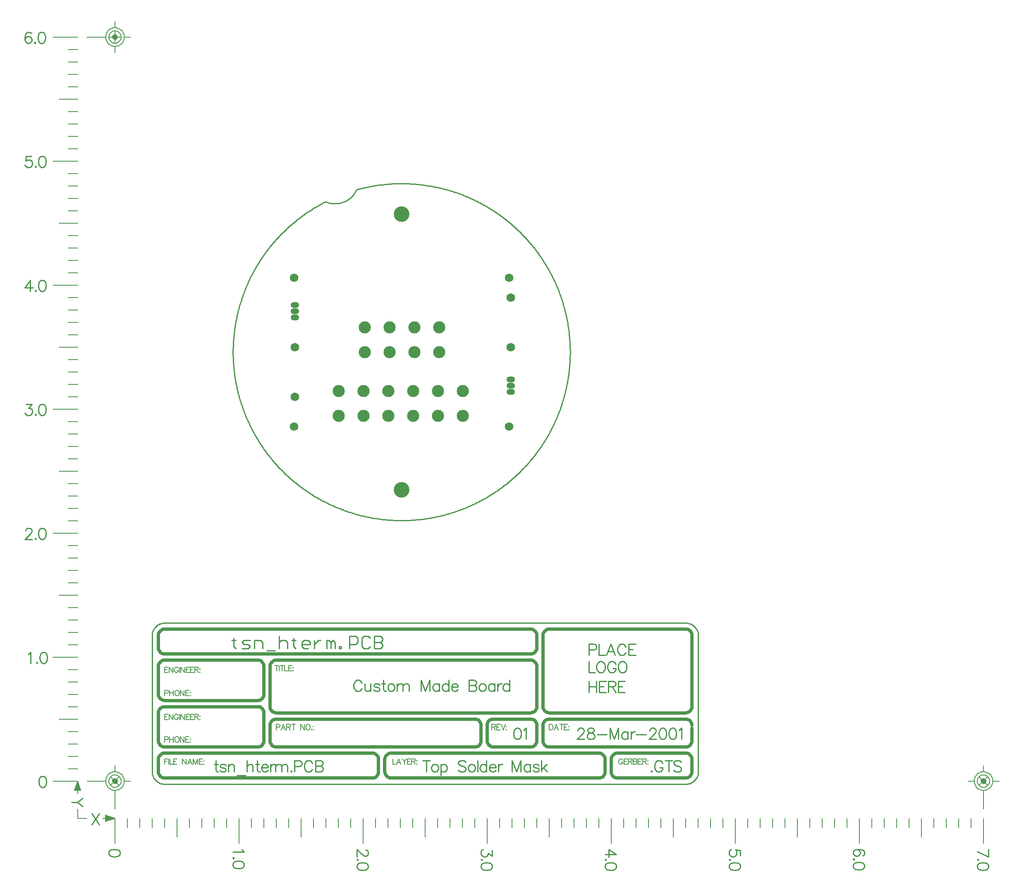
<source format=gts>
%FSLAX23Y23*%
%MOIN*%
G70*
G01*
G75*
%ADD10C,0.020*%
%ADD11C,0.009*%
%ADD12C,0.010*%
%ADD13C,0.008*%
%ADD14C,0.025*%
%ADD15C,0.005*%
%ADD16C,0.090*%
%ADD17O,0.060X0.040*%
%ADD18C,0.060*%
%ADD19C,0.062*%
%ADD20C,0.118*%
%ADD21C,0.012*%
%ADD22C,0.098*%
%ADD23O,0.068X0.048*%
%ADD24C,0.068*%
%ADD25C,0.070*%
%ADD26C,0.126*%
D11*
X11493Y5555D02*
X11488Y5551D01*
X11493Y5547D01*
X11497Y5551D01*
X11493Y5555D01*
X11581Y5615D02*
X11577Y5624D01*
X11568Y5633D01*
X11560Y5637D01*
X11542D01*
X11534Y5633D01*
X11525Y5624D01*
X11521Y5615D01*
X11517Y5603D01*
Y5581D01*
X11521Y5568D01*
X11525Y5560D01*
X11534Y5551D01*
X11542Y5547D01*
X11560D01*
X11568Y5551D01*
X11577Y5560D01*
X11581Y5568D01*
Y5581D01*
X11560D02*
X11581D01*
X11632Y5637D02*
Y5547D01*
X11602Y5637D02*
X11662D01*
X11732Y5624D02*
X11724Y5633D01*
X11711Y5637D01*
X11694D01*
X11681Y5633D01*
X11672Y5624D01*
Y5615D01*
X11677Y5607D01*
X11681Y5603D01*
X11689Y5598D01*
X11715Y5590D01*
X11724Y5585D01*
X11728Y5581D01*
X11732Y5573D01*
Y5560D01*
X11724Y5551D01*
X11711Y5547D01*
X11694D01*
X11681Y5551D01*
X11672Y5560D01*
X6495Y11499D02*
X6491Y11507D01*
X6478Y11512D01*
X6469D01*
X6456Y11507D01*
X6448Y11495D01*
X6443Y11473D01*
Y11452D01*
X6448Y11435D01*
X6456Y11426D01*
X6469Y11422D01*
X6473D01*
X6486Y11426D01*
X6495Y11435D01*
X6499Y11448D01*
Y11452D01*
X6495Y11465D01*
X6486Y11473D01*
X6473Y11478D01*
X6469D01*
X6456Y11473D01*
X6448Y11465D01*
X6443Y11452D01*
X6523Y11430D02*
X6519Y11426D01*
X6523Y11422D01*
X6527Y11426D01*
X6523Y11430D01*
X6573Y11512D02*
X6560Y11507D01*
X6551Y11495D01*
X6547Y11473D01*
Y11460D01*
X6551Y11439D01*
X6560Y11426D01*
X6573Y11422D01*
X6581D01*
X6594Y11426D01*
X6603Y11439D01*
X6607Y11460D01*
Y11473D01*
X6603Y11495D01*
X6594Y11507D01*
X6581Y11512D01*
X6573D01*
X6486Y9512D02*
X6443Y9452D01*
X6508D01*
X6486Y9512D02*
Y9422D01*
X6528Y9430D02*
X6524Y9426D01*
X6528Y9422D01*
X6532Y9426D01*
X6528Y9430D01*
X6578Y9512D02*
X6565Y9507D01*
X6556Y9495D01*
X6552Y9473D01*
Y9460D01*
X6556Y9439D01*
X6565Y9426D01*
X6578Y9422D01*
X6586D01*
X6599Y9426D01*
X6608Y9439D01*
X6612Y9460D01*
Y9473D01*
X6608Y9495D01*
X6599Y9507D01*
X6586Y9512D01*
X6578D01*
X6448Y7490D02*
Y7495D01*
X6452Y7503D01*
X6456Y7508D01*
X6465Y7512D01*
X6482D01*
X6491Y7508D01*
X6495Y7503D01*
X6499Y7495D01*
Y7486D01*
X6495Y7478D01*
X6486Y7465D01*
X6443Y7422D01*
X6503D01*
X6528Y7430D02*
X6524Y7426D01*
X6528Y7422D01*
X6532Y7426D01*
X6528Y7430D01*
X6578Y7512D02*
X6565Y7508D01*
X6556Y7495D01*
X6552Y7473D01*
Y7460D01*
X6556Y7439D01*
X6565Y7426D01*
X6578Y7422D01*
X6586D01*
X6599Y7426D01*
X6608Y7439D01*
X6612Y7460D01*
Y7473D01*
X6608Y7495D01*
X6599Y7508D01*
X6586Y7512D01*
X6578D01*
X6582Y5512D02*
X6569Y5508D01*
X6560Y5495D01*
X6556Y5473D01*
Y5460D01*
X6560Y5439D01*
X6569Y5426D01*
X6582Y5422D01*
X6590D01*
X6603Y5426D01*
X6612Y5439D01*
X6616Y5460D01*
Y5473D01*
X6612Y5495D01*
X6603Y5508D01*
X6590Y5512D01*
X6582D01*
X6468Y6495D02*
X6477Y6499D01*
X6490Y6512D01*
Y6422D01*
X6539Y6430D02*
X6534Y6426D01*
X6539Y6422D01*
X6543Y6426D01*
X6539Y6430D01*
X6588Y6512D02*
X6576Y6508D01*
X6567Y6495D01*
X6563Y6473D01*
Y6460D01*
X6567Y6439D01*
X6576Y6426D01*
X6588Y6422D01*
X6597D01*
X6610Y6426D01*
X6618Y6439D01*
X6623Y6460D01*
Y6473D01*
X6618Y6495D01*
X6610Y6508D01*
X6597Y6512D01*
X6588D01*
X6452Y8512D02*
X6499D01*
X6473Y8478D01*
X6486D01*
X6495Y8473D01*
X6499Y8469D01*
X6503Y8456D01*
Y8448D01*
X6499Y8435D01*
X6491Y8426D01*
X6478Y8422D01*
X6465D01*
X6452Y8426D01*
X6448Y8430D01*
X6443Y8439D01*
X6528Y8430D02*
X6524Y8426D01*
X6528Y8422D01*
X6532Y8426D01*
X6528Y8430D01*
X6578Y8512D02*
X6565Y8507D01*
X6556Y8495D01*
X6552Y8473D01*
Y8460D01*
X6556Y8439D01*
X6565Y8426D01*
X6578Y8422D01*
X6586D01*
X6599Y8426D01*
X6608Y8439D01*
X6612Y8460D01*
Y8473D01*
X6608Y8495D01*
X6599Y8507D01*
X6586Y8512D01*
X6578D01*
X6495Y10512D02*
X6452D01*
X6448Y10473D01*
X6452Y10478D01*
X6465Y10482D01*
X6478D01*
X6491Y10478D01*
X6499Y10469D01*
X6503Y10456D01*
Y10448D01*
X6499Y10435D01*
X6491Y10426D01*
X6478Y10422D01*
X6465D01*
X6452Y10426D01*
X6448Y10430D01*
X6443Y10439D01*
X6528Y10430D02*
X6524Y10426D01*
X6528Y10422D01*
X6532Y10426D01*
X6528Y10430D01*
X6578Y10512D02*
X6565Y10507D01*
X6556Y10495D01*
X6552Y10473D01*
Y10460D01*
X6556Y10439D01*
X6565Y10426D01*
X6578Y10422D01*
X6586D01*
X6599Y10426D01*
X6608Y10439D01*
X6612Y10460D01*
Y10473D01*
X6608Y10495D01*
X6599Y10507D01*
X6586Y10512D01*
X6578D01*
X14208Y4862D02*
X14118Y4905D01*
X14208Y4922D02*
Y4862D01*
X14127Y4837D02*
X14123Y4842D01*
X14118Y4837D01*
X14123Y4833D01*
X14127Y4837D01*
X14208Y4788D02*
X14204Y4801D01*
X14191Y4809D01*
X14170Y4813D01*
X14157D01*
X14136Y4809D01*
X14123Y4801D01*
X14118Y4788D01*
Y4779D01*
X14123Y4766D01*
X14136Y4758D01*
X14157Y4753D01*
X14170D01*
X14191Y4758D01*
X14204Y4766D01*
X14208Y4779D01*
Y4788D01*
X12208Y4870D02*
Y4913D01*
X12170Y4918D01*
X12174Y4913D01*
X12178Y4900D01*
Y4888D01*
X12174Y4875D01*
X12166Y4866D01*
X12153Y4862D01*
X12144D01*
X12131Y4866D01*
X12123Y4875D01*
X12118Y4888D01*
Y4900D01*
X12123Y4913D01*
X12127Y4918D01*
X12136Y4922D01*
X12127Y4837D02*
X12123Y4842D01*
X12118Y4837D01*
X12123Y4833D01*
X12127Y4837D01*
X12208Y4788D02*
X12204Y4801D01*
X12191Y4809D01*
X12170Y4813D01*
X12157D01*
X12136Y4809D01*
X12123Y4801D01*
X12118Y4788D01*
Y4779D01*
X12123Y4766D01*
X12136Y4758D01*
X12157Y4753D01*
X12170D01*
X12191Y4758D01*
X12204Y4766D01*
X12208Y4779D01*
Y4788D01*
X10208Y4913D02*
Y4866D01*
X10174Y4892D01*
Y4879D01*
X10170Y4870D01*
X10166Y4866D01*
X10153Y4862D01*
X10144D01*
X10131Y4866D01*
X10123Y4875D01*
X10118Y4888D01*
Y4900D01*
X10123Y4913D01*
X10127Y4918D01*
X10136Y4922D01*
X10127Y4837D02*
X10123Y4842D01*
X10118Y4837D01*
X10123Y4833D01*
X10127Y4837D01*
X10208Y4788D02*
X10204Y4801D01*
X10191Y4809D01*
X10170Y4813D01*
X10157D01*
X10136Y4809D01*
X10123Y4801D01*
X10118Y4788D01*
Y4779D01*
X10123Y4766D01*
X10136Y4758D01*
X10157Y4753D01*
X10170D01*
X10191Y4758D01*
X10204Y4766D01*
X10208Y4779D01*
Y4788D01*
X8191Y4922D02*
X8196Y4913D01*
X8208Y4900D01*
X8118D01*
X8127Y4852D02*
X8123Y4856D01*
X8118Y4852D01*
X8123Y4847D01*
X8127Y4852D01*
X8208Y4802D02*
X8204Y4815D01*
X8191Y4823D01*
X8170Y4828D01*
X8157D01*
X8136Y4823D01*
X8123Y4815D01*
X8118Y4802D01*
Y4793D01*
X8123Y4780D01*
X8136Y4772D01*
X8157Y4768D01*
X8170D01*
X8191Y4772D01*
X8204Y4780D01*
X8208Y4793D01*
Y4802D01*
X7208Y4896D02*
X7204Y4909D01*
X7191Y4918D01*
X7170Y4922D01*
X7157D01*
X7136Y4918D01*
X7123Y4909D01*
X7118Y4896D01*
Y4888D01*
X7123Y4875D01*
X7136Y4866D01*
X7157Y4862D01*
X7170D01*
X7191Y4866D01*
X7204Y4875D01*
X7208Y4888D01*
Y4896D01*
X9187Y4918D02*
X9191D01*
X9200Y4913D01*
X9204Y4909D01*
X9208Y4900D01*
Y4883D01*
X9204Y4875D01*
X9200Y4870D01*
X9191Y4866D01*
X9183D01*
X9174Y4870D01*
X9161Y4879D01*
X9118Y4922D01*
Y4862D01*
X9127Y4837D02*
X9123Y4842D01*
X9118Y4837D01*
X9123Y4833D01*
X9127Y4837D01*
X9208Y4788D02*
X9204Y4801D01*
X9191Y4809D01*
X9170Y4813D01*
X9157D01*
X9136Y4809D01*
X9123Y4801D01*
X9118Y4788D01*
Y4779D01*
X9123Y4766D01*
X9136Y4758D01*
X9157Y4753D01*
X9170D01*
X9191Y4758D01*
X9204Y4766D01*
X9208Y4779D01*
Y4788D01*
X11208Y4879D02*
X11148Y4922D01*
Y4858D01*
X11208Y4879D02*
X11118D01*
X11127Y4837D02*
X11123Y4842D01*
X11118Y4837D01*
X11123Y4833D01*
X11127Y4837D01*
X11208Y4788D02*
X11204Y4801D01*
X11191Y4809D01*
X11170Y4813D01*
X11157D01*
X11136Y4809D01*
X11123Y4801D01*
X11118Y4788D01*
Y4779D01*
X11123Y4766D01*
X11136Y4758D01*
X11157Y4753D01*
X11170D01*
X11191Y4758D01*
X11204Y4766D01*
X11208Y4779D01*
Y4788D01*
X13196Y4870D02*
X13204Y4875D01*
X13208Y4888D01*
Y4896D01*
X13204Y4909D01*
X13191Y4918D01*
X13170Y4922D01*
X13148D01*
X13131Y4918D01*
X13123Y4909D01*
X13118Y4896D01*
Y4892D01*
X13123Y4879D01*
X13131Y4870D01*
X13144Y4866D01*
X13148D01*
X13161Y4870D01*
X13170Y4879D01*
X13174Y4892D01*
Y4896D01*
X13170Y4909D01*
X13161Y4918D01*
X13148Y4922D01*
X13127Y4842D02*
X13123Y4846D01*
X13118Y4842D01*
X13123Y4838D01*
X13127Y4842D01*
X13208Y4792D02*
X13204Y4805D01*
X13191Y4814D01*
X13170Y4818D01*
X13157D01*
X13136Y4814D01*
X13123Y4805D01*
X13118Y4792D01*
Y4784D01*
X13123Y4771D01*
X13136Y4762D01*
X13157Y4758D01*
X13170D01*
X13191Y4762D01*
X13204Y4771D01*
X13208Y4784D01*
Y4792D01*
X6981Y5212D02*
X7041Y5122D01*
Y5212D02*
X6981Y5122D01*
X6908Y5334D02*
X6866Y5300D01*
X6818D01*
X6908Y5266D02*
X6866Y5300D01*
X10898Y5878D02*
Y5882D01*
X10902Y5891D01*
X10906Y5895D01*
X10915Y5899D01*
X10932D01*
X10941Y5895D01*
X10945Y5891D01*
X10949Y5882D01*
Y5874D01*
X10945Y5865D01*
X10936Y5852D01*
X10893Y5809D01*
X10953D01*
X10995Y5899D02*
X10982Y5895D01*
X10978Y5886D01*
Y5878D01*
X10982Y5869D01*
X10991Y5865D01*
X11008Y5861D01*
X11021Y5856D01*
X11029Y5848D01*
X11034Y5839D01*
Y5826D01*
X11029Y5818D01*
X11025Y5814D01*
X11012Y5809D01*
X10995D01*
X10982Y5814D01*
X10978Y5818D01*
X10974Y5826D01*
Y5839D01*
X10978Y5848D01*
X10986Y5856D01*
X10999Y5861D01*
X11016Y5865D01*
X11025Y5869D01*
X11029Y5878D01*
Y5886D01*
X11025Y5895D01*
X11012Y5899D01*
X10995D01*
X11054Y5848D02*
X11131D01*
X11157Y5899D02*
Y5809D01*
Y5899D02*
X11192Y5809D01*
X11226Y5899D02*
X11192Y5809D01*
X11226Y5899D02*
Y5809D01*
X11303Y5869D02*
Y5809D01*
Y5856D02*
X11295Y5865D01*
X11286Y5869D01*
X11273D01*
X11265Y5865D01*
X11256Y5856D01*
X11252Y5844D01*
Y5835D01*
X11256Y5822D01*
X11265Y5814D01*
X11273Y5809D01*
X11286D01*
X11295Y5814D01*
X11303Y5822D01*
X11327Y5869D02*
Y5809D01*
Y5844D02*
X11331Y5856D01*
X11340Y5865D01*
X11349Y5869D01*
X11361D01*
X11370Y5848D02*
X11447D01*
X11478Y5878D02*
Y5882D01*
X11482Y5891D01*
X11486Y5895D01*
X11495Y5899D01*
X11512D01*
X11520Y5895D01*
X11525Y5891D01*
X11529Y5882D01*
Y5874D01*
X11525Y5865D01*
X11516Y5852D01*
X11473Y5809D01*
X11533D01*
X11579Y5899D02*
X11566Y5895D01*
X11558Y5882D01*
X11553Y5861D01*
Y5848D01*
X11558Y5826D01*
X11566Y5814D01*
X11579Y5809D01*
X11588D01*
X11600Y5814D01*
X11609Y5826D01*
X11613Y5848D01*
Y5861D01*
X11609Y5882D01*
X11600Y5895D01*
X11588Y5899D01*
X11579D01*
X11659D02*
X11646Y5895D01*
X11638Y5882D01*
X11633Y5861D01*
Y5848D01*
X11638Y5826D01*
X11646Y5814D01*
X11659Y5809D01*
X11668D01*
X11681Y5814D01*
X11689Y5826D01*
X11693Y5848D01*
Y5861D01*
X11689Y5882D01*
X11681Y5895D01*
X11668Y5899D01*
X11659D01*
X11714Y5882D02*
X11722Y5886D01*
X11735Y5899D01*
Y5809D01*
X10988Y6277D02*
Y6187D01*
X11048Y6277D02*
Y6187D01*
X10988Y6234D02*
X11048D01*
X11129Y6277D02*
X11073D01*
Y6187D01*
X11129D01*
X11073Y6234D02*
X11108D01*
X11144Y6277D02*
Y6187D01*
Y6277D02*
X11183D01*
X11195Y6273D01*
X11200Y6268D01*
X11204Y6260D01*
Y6251D01*
X11200Y6243D01*
X11195Y6238D01*
X11183Y6234D01*
X11144D01*
X11174D02*
X11204Y6187D01*
X11280Y6277D02*
X11224D01*
Y6187D01*
X11280D01*
X11224Y6234D02*
X11258D01*
X10988Y6437D02*
Y6347D01*
X11040D01*
X11075Y6437D02*
X11067Y6432D01*
X11058Y6424D01*
X11054Y6415D01*
X11050Y6403D01*
Y6381D01*
X11054Y6368D01*
X11058Y6360D01*
X11067Y6351D01*
X11075Y6347D01*
X11093D01*
X11101Y6351D01*
X11110Y6360D01*
X11114Y6368D01*
X11118Y6381D01*
Y6403D01*
X11114Y6415D01*
X11110Y6424D01*
X11101Y6432D01*
X11093Y6437D01*
X11075D01*
X11204Y6415D02*
X11199Y6424D01*
X11191Y6432D01*
X11182Y6437D01*
X11165D01*
X11156Y6432D01*
X11148Y6424D01*
X11144Y6415D01*
X11139Y6403D01*
Y6381D01*
X11144Y6368D01*
X11148Y6360D01*
X11156Y6351D01*
X11165Y6347D01*
X11182D01*
X11191Y6351D01*
X11199Y6360D01*
X11204Y6368D01*
Y6381D01*
X11182D02*
X11204D01*
X11250Y6437D02*
X11241Y6432D01*
X11233Y6424D01*
X11228Y6415D01*
X11224Y6403D01*
Y6381D01*
X11228Y6368D01*
X11233Y6360D01*
X11241Y6351D01*
X11250Y6347D01*
X11267D01*
X11276Y6351D01*
X11284Y6360D01*
X11288Y6368D01*
X11293Y6381D01*
Y6403D01*
X11288Y6415D01*
X11284Y6424D01*
X11276Y6432D01*
X11267Y6437D01*
X11250D01*
X10988Y6530D02*
X11027D01*
X11040Y6534D01*
X11044Y6538D01*
X11048Y6547D01*
Y6560D01*
X11044Y6568D01*
X11040Y6573D01*
X11027Y6577D01*
X10988D01*
Y6487D01*
X11069Y6577D02*
Y6487D01*
X11120D01*
X11198D02*
X11164Y6577D01*
X11130Y6487D01*
X11143Y6517D02*
X11186D01*
X11284Y6555D02*
X11279Y6564D01*
X11271Y6573D01*
X11262Y6577D01*
X11245D01*
X11237Y6573D01*
X11228Y6564D01*
X11224Y6555D01*
X11219Y6543D01*
Y6521D01*
X11224Y6508D01*
X11228Y6500D01*
X11237Y6491D01*
X11245Y6487D01*
X11262D01*
X11271Y6491D01*
X11279Y6500D01*
X11284Y6508D01*
X11365Y6577D02*
X11309D01*
Y6487D01*
X11365D01*
X11309Y6534D02*
X11343D01*
X10407Y5899D02*
X10394Y5895D01*
X10385Y5882D01*
X10381Y5861D01*
Y5848D01*
X10385Y5826D01*
X10394Y5814D01*
X10407Y5809D01*
X10415D01*
X10428Y5814D01*
X10437Y5826D01*
X10441Y5848D01*
Y5861D01*
X10437Y5882D01*
X10428Y5895D01*
X10415Y5899D01*
X10407D01*
X10461Y5882D02*
X10470Y5886D01*
X10483Y5899D01*
Y5809D01*
X9678Y5637D02*
Y5547D01*
X9648Y5637D02*
X9708D01*
X9741Y5607D02*
X9732Y5603D01*
X9723Y5594D01*
X9719Y5581D01*
Y5573D01*
X9723Y5560D01*
X9732Y5551D01*
X9741Y5547D01*
X9753D01*
X9762Y5551D01*
X9771Y5560D01*
X9775Y5573D01*
Y5581D01*
X9771Y5594D01*
X9762Y5603D01*
X9753Y5607D01*
X9741D01*
X9795D02*
Y5517D01*
Y5594D02*
X9803Y5603D01*
X9812Y5607D01*
X9825D01*
X9833Y5603D01*
X9842Y5594D01*
X9846Y5581D01*
Y5573D01*
X9842Y5560D01*
X9833Y5551D01*
X9825Y5547D01*
X9812D01*
X9803Y5551D01*
X9795Y5560D01*
X9996Y5624D02*
X9987Y5633D01*
X9975Y5637D01*
X9957D01*
X9945Y5633D01*
X9936Y5624D01*
Y5615D01*
X9940Y5607D01*
X9945Y5603D01*
X9953Y5598D01*
X9979Y5590D01*
X9987Y5585D01*
X9992Y5581D01*
X9996Y5573D01*
Y5560D01*
X9987Y5551D01*
X9975Y5547D01*
X9957D01*
X9945Y5551D01*
X9936Y5560D01*
X10038Y5607D02*
X10029Y5603D01*
X10020Y5594D01*
X10016Y5581D01*
Y5573D01*
X10020Y5560D01*
X10029Y5551D01*
X10038Y5547D01*
X10050D01*
X10059Y5551D01*
X10068Y5560D01*
X10072Y5573D01*
Y5581D01*
X10068Y5594D01*
X10059Y5603D01*
X10050Y5607D01*
X10038D01*
X10092Y5637D02*
Y5547D01*
X10162Y5637D02*
Y5547D01*
Y5594D02*
X10153Y5603D01*
X10145Y5607D01*
X10132D01*
X10123Y5603D01*
X10115Y5594D01*
X10110Y5581D01*
Y5573D01*
X10115Y5560D01*
X10123Y5551D01*
X10132Y5547D01*
X10145D01*
X10153Y5551D01*
X10162Y5560D01*
X10186Y5581D02*
X10237D01*
Y5590D01*
X10233Y5598D01*
X10229Y5603D01*
X10220Y5607D01*
X10207D01*
X10199Y5603D01*
X10190Y5594D01*
X10186Y5581D01*
Y5573D01*
X10190Y5560D01*
X10199Y5551D01*
X10207Y5547D01*
X10220D01*
X10229Y5551D01*
X10237Y5560D01*
X10257Y5607D02*
Y5547D01*
Y5581D02*
X10261Y5594D01*
X10269Y5603D01*
X10278Y5607D01*
X10291D01*
X10370Y5637D02*
Y5547D01*
Y5637D02*
X10404Y5547D01*
X10438Y5637D02*
X10404Y5547D01*
X10438Y5637D02*
Y5547D01*
X10515Y5607D02*
Y5547D01*
Y5594D02*
X10507Y5603D01*
X10498Y5607D01*
X10485D01*
X10477Y5603D01*
X10468Y5594D01*
X10464Y5581D01*
Y5573D01*
X10468Y5560D01*
X10477Y5551D01*
X10485Y5547D01*
X10498D01*
X10507Y5551D01*
X10515Y5560D01*
X10586Y5594D02*
X10582Y5603D01*
X10569Y5607D01*
X10556D01*
X10544Y5603D01*
X10539Y5594D01*
X10544Y5585D01*
X10552Y5581D01*
X10574Y5577D01*
X10582Y5573D01*
X10586Y5564D01*
Y5560D01*
X10582Y5551D01*
X10569Y5547D01*
X10556D01*
X10544Y5551D01*
X10539Y5560D01*
X10605Y5637D02*
Y5547D01*
X10648Y5607D02*
X10605Y5564D01*
X10622Y5581D02*
X10652Y5547D01*
X7981Y5637D02*
Y5564D01*
X7986Y5551D01*
X7994Y5547D01*
X8003D01*
X7968Y5607D02*
X7998D01*
X8063Y5594D02*
X8058Y5603D01*
X8046Y5607D01*
X8033D01*
X8020Y5603D01*
X8016Y5594D01*
X8020Y5585D01*
X8028Y5581D01*
X8050Y5577D01*
X8058Y5573D01*
X8063Y5564D01*
Y5560D01*
X8058Y5551D01*
X8046Y5547D01*
X8033D01*
X8020Y5551D01*
X8016Y5560D01*
X8082Y5607D02*
Y5547D01*
Y5590D02*
X8094Y5603D01*
X8103Y5607D01*
X8116D01*
X8124Y5603D01*
X8129Y5590D01*
Y5547D01*
X8152Y5517D02*
X8221D01*
X8232Y5637D02*
Y5547D01*
Y5590D02*
X8245Y5603D01*
X8254Y5607D01*
X8267D01*
X8275Y5603D01*
X8280Y5590D01*
Y5547D01*
X8316Y5637D02*
Y5564D01*
X8320Y5551D01*
X8329Y5547D01*
X8337D01*
X8303Y5607D02*
X8333D01*
X8350Y5581D02*
X8402D01*
Y5590D01*
X8397Y5598D01*
X8393Y5603D01*
X8385Y5607D01*
X8372D01*
X8363Y5603D01*
X8355Y5594D01*
X8350Y5581D01*
Y5573D01*
X8355Y5560D01*
X8363Y5551D01*
X8372Y5547D01*
X8385D01*
X8393Y5551D01*
X8402Y5560D01*
X8421Y5607D02*
Y5547D01*
Y5581D02*
X8425Y5594D01*
X8434Y5603D01*
X8442Y5607D01*
X8455D01*
X8463D02*
Y5547D01*
Y5590D02*
X8476Y5603D01*
X8485Y5607D01*
X8498D01*
X8506Y5603D01*
X8511Y5590D01*
Y5547D01*
Y5590D02*
X8523Y5603D01*
X8532Y5607D01*
X8545D01*
X8553Y5603D01*
X8558Y5590D01*
Y5547D01*
X8590Y5555D02*
X8586Y5551D01*
X8590Y5547D01*
X8595Y5551D01*
X8590Y5555D01*
X8614Y5590D02*
X8653D01*
X8666Y5594D01*
X8670Y5598D01*
X8674Y5607D01*
Y5620D01*
X8670Y5628D01*
X8666Y5633D01*
X8653Y5637D01*
X8614D01*
Y5547D01*
X8759Y5615D02*
X8754Y5624D01*
X8746Y5633D01*
X8737Y5637D01*
X8720D01*
X8711Y5633D01*
X8703Y5624D01*
X8699Y5615D01*
X8694Y5603D01*
Y5581D01*
X8699Y5568D01*
X8703Y5560D01*
X8711Y5551D01*
X8720Y5547D01*
X8737D01*
X8746Y5551D01*
X8754Y5560D01*
X8759Y5568D01*
X8784Y5637D02*
Y5547D01*
Y5637D02*
X8822D01*
X8835Y5633D01*
X8840Y5628D01*
X8844Y5620D01*
Y5611D01*
X8840Y5603D01*
X8835Y5598D01*
X8822Y5594D01*
X8784D02*
X8822D01*
X8835Y5590D01*
X8840Y5585D01*
X8844Y5577D01*
Y5564D01*
X8840Y5555D01*
X8835Y5551D01*
X8822Y5547D01*
X8784D01*
X9158Y6265D02*
X9153Y6274D01*
X9145Y6282D01*
X9136Y6287D01*
X9119D01*
X9111Y6282D01*
X9102Y6274D01*
X9098Y6265D01*
X9093Y6253D01*
Y6231D01*
X9098Y6218D01*
X9102Y6210D01*
X9111Y6201D01*
X9119Y6197D01*
X9136D01*
X9145Y6201D01*
X9153Y6210D01*
X9158Y6218D01*
X9183Y6257D02*
Y6214D01*
X9187Y6201D01*
X9196Y6197D01*
X9209D01*
X9217Y6201D01*
X9230Y6214D01*
Y6257D02*
Y6197D01*
X9301Y6244D02*
X9297Y6253D01*
X9284Y6257D01*
X9271D01*
X9258Y6253D01*
X9254Y6244D01*
X9258Y6235D01*
X9267Y6231D01*
X9288Y6227D01*
X9297Y6223D01*
X9301Y6214D01*
Y6210D01*
X9297Y6201D01*
X9284Y6197D01*
X9271D01*
X9258Y6201D01*
X9254Y6210D01*
X9333Y6287D02*
Y6214D01*
X9337Y6201D01*
X9345Y6197D01*
X9354D01*
X9320Y6257D02*
X9350D01*
X9388D02*
X9380Y6253D01*
X9371Y6244D01*
X9367Y6231D01*
Y6223D01*
X9371Y6210D01*
X9380Y6201D01*
X9388Y6197D01*
X9401D01*
X9410Y6201D01*
X9418Y6210D01*
X9423Y6223D01*
Y6231D01*
X9418Y6244D01*
X9410Y6253D01*
X9401Y6257D01*
X9388D01*
X9442D02*
Y6197D01*
Y6240D02*
X9455Y6253D01*
X9464Y6257D01*
X9477D01*
X9485Y6253D01*
X9489Y6240D01*
Y6197D01*
Y6240D02*
X9502Y6253D01*
X9511Y6257D01*
X9524D01*
X9532Y6253D01*
X9537Y6240D01*
Y6197D01*
X9636Y6287D02*
Y6197D01*
Y6287D02*
X9670Y6197D01*
X9704Y6287D02*
X9670Y6197D01*
X9704Y6287D02*
Y6197D01*
X9781Y6257D02*
Y6197D01*
Y6244D02*
X9773Y6253D01*
X9764Y6257D01*
X9751D01*
X9743Y6253D01*
X9734Y6244D01*
X9730Y6231D01*
Y6223D01*
X9734Y6210D01*
X9743Y6201D01*
X9751Y6197D01*
X9764D01*
X9773Y6201D01*
X9781Y6210D01*
X9857Y6287D02*
Y6197D01*
Y6244D02*
X9848Y6253D01*
X9839Y6257D01*
X9827D01*
X9818Y6253D01*
X9809Y6244D01*
X9805Y6231D01*
Y6223D01*
X9809Y6210D01*
X9818Y6201D01*
X9827Y6197D01*
X9839D01*
X9848Y6201D01*
X9857Y6210D01*
X9881Y6231D02*
X9932D01*
Y6240D01*
X9928Y6248D01*
X9923Y6253D01*
X9915Y6257D01*
X9902D01*
X9893Y6253D01*
X9885Y6244D01*
X9881Y6231D01*
Y6223D01*
X9885Y6210D01*
X9893Y6201D01*
X9902Y6197D01*
X9915D01*
X9923Y6201D01*
X9932Y6210D01*
X10022Y6287D02*
Y6197D01*
Y6287D02*
X10061D01*
X10073Y6282D01*
X10078Y6278D01*
X10082Y6270D01*
Y6261D01*
X10078Y6253D01*
X10073Y6248D01*
X10061Y6244D01*
X10022D02*
X10061D01*
X10073Y6240D01*
X10078Y6235D01*
X10082Y6227D01*
Y6214D01*
X10078Y6205D01*
X10073Y6201D01*
X10061Y6197D01*
X10022D01*
X10124Y6257D02*
X10115Y6253D01*
X10106Y6244D01*
X10102Y6231D01*
Y6223D01*
X10106Y6210D01*
X10115Y6201D01*
X10124Y6197D01*
X10136D01*
X10145Y6201D01*
X10154Y6210D01*
X10158Y6223D01*
Y6231D01*
X10154Y6244D01*
X10145Y6253D01*
X10136Y6257D01*
X10124D01*
X10229D02*
Y6197D01*
Y6244D02*
X10220Y6253D01*
X10212Y6257D01*
X10199D01*
X10190Y6253D01*
X10182Y6244D01*
X10178Y6231D01*
Y6223D01*
X10182Y6210D01*
X10190Y6201D01*
X10199Y6197D01*
X10212D01*
X10220Y6201D01*
X10229Y6210D01*
X10253Y6257D02*
Y6197D01*
Y6231D02*
X10257Y6244D01*
X10266Y6253D01*
X10274Y6257D01*
X10287D01*
X10347Y6287D02*
Y6197D01*
Y6244D02*
X10338Y6253D01*
X10330Y6257D01*
X10317D01*
X10308Y6253D01*
X10300Y6244D01*
X10295Y6231D01*
Y6223D01*
X10300Y6210D01*
X10308Y6201D01*
X10317Y6197D01*
X10330D01*
X10338Y6201D01*
X10347Y6210D01*
D12*
X8867Y10145D02*
X8876Y10141D01*
X8886Y10138D01*
X8895Y10135D01*
X8905Y10132D01*
X8915Y10131D01*
X8925Y10129D01*
X8936Y10129D01*
X8946Y10129D01*
X8956Y10129D01*
X8966Y10130D01*
X8976Y10132D01*
X8986Y10134D01*
X8996Y10136D01*
X9005Y10140D01*
X9015Y10143D01*
X9024Y10147D01*
X9033Y10152D01*
X9042Y10157D01*
X9051Y10163D01*
X9059Y10169D01*
X9066Y10175D01*
X9074Y10182D01*
X9081Y10190D01*
X9088Y10197D01*
X9094Y10205D01*
X9100Y10214D01*
X9105Y10222D01*
X9110Y10231D01*
X9114Y10241D01*
X7568Y6747D02*
X7559Y6746D01*
X7549Y6745D01*
X7539Y6742D01*
X7530Y6739D01*
X7521Y6735D01*
X7513Y6730D01*
X7505Y6724D01*
X7498Y6718D01*
X7491Y6710D01*
X7485Y6702D01*
X7480Y6694D01*
X7476Y6685D01*
X7473Y6676D01*
X7470Y6666D01*
X7469Y6657D01*
X7468Y6647D01*
Y5548D02*
X7469Y5538D01*
X7470Y5528D01*
X7473Y5519D01*
X7476Y5510D01*
X7480Y5501D01*
X7485Y5492D01*
X7491Y5484D01*
X7497Y5477D01*
X7505Y5470D01*
X7512Y5464D01*
X7521Y5459D01*
X7530Y5455D01*
X7539Y5452D01*
X7548Y5449D01*
X7558Y5447D01*
X7568Y5447D01*
X11768Y5447D02*
X11778Y5447D01*
X11788Y5449D01*
X11798Y5451D01*
X11807Y5454D01*
X11816Y5459D01*
X11824Y5464D01*
X11832Y5470D01*
X11839Y5476D01*
X11846Y5483D01*
X11852Y5491D01*
X11857Y5500D01*
X11861Y5509D01*
X11864Y5518D01*
X11867Y5527D01*
X11868Y5537D01*
X11868Y5547D01*
Y6647D02*
X11868Y6657D01*
X11867Y6666D01*
X11864Y6676D01*
X11861Y6685D01*
X11857Y6694D01*
X11852Y6702D01*
X11846Y6710D01*
X11839Y6718D01*
X11832Y6724D01*
X11824Y6730D01*
X11816Y6735D01*
X11807Y6739D01*
X11798Y6742D01*
X11788Y6745D01*
X11778Y6746D01*
X11768Y6747D01*
X8867Y10145D02*
X8858Y10140D01*
X8849Y10136D01*
X8840Y10131D01*
X8831Y10126D01*
X8822Y10121D01*
X8814Y10117D01*
X8805Y10112D01*
X8796Y10107D01*
X8788Y10102D01*
X8779Y10096D01*
X8770Y10091D01*
X8762Y10086D01*
X8754Y10081D01*
X8745Y10075D01*
X8737Y10070D01*
X8728Y10064D01*
X8720Y10059D01*
X8712Y10053D01*
X8703Y10048D01*
X8695Y10042D01*
X8687Y10036D01*
X8679Y10030D01*
X8671Y10024D01*
X8663Y10018D01*
X8655Y10012D01*
X8647Y10006D01*
X8639Y10000D01*
X8631Y9994D01*
X8624Y9988D01*
X8616Y9981D01*
X8608Y9975D01*
X8600Y9968D01*
X8593Y9962D01*
X8585Y9955D01*
X8578Y9949D01*
X8570Y9942D01*
X8563Y9935D01*
X8556Y9929D01*
X8548Y9922D01*
X8541Y9915D01*
X8534Y9908D01*
X8527Y9901D01*
X8520Y9894D01*
X8512Y9887D01*
X8505Y9880D01*
X8499Y9873D01*
X8492Y9865D01*
X8485Y9858D01*
X8478Y9851D01*
X8471Y9843D01*
X8465Y9836D01*
X8458Y9828D01*
X8451Y9821D01*
X8445Y9813D01*
X8438Y9806D01*
X8432Y9798D01*
X8426Y9790D01*
X8419Y9783D01*
X8413Y9775D01*
X8407Y9767D01*
X8401Y9759D01*
X8395Y9751D01*
X8389Y9743D01*
X8383Y9735D01*
X8377Y9727D01*
X8371Y9719D01*
X8365Y9711D01*
X8360Y9702D01*
X8354Y9694D01*
X8348Y9686D01*
X8343Y9677D01*
X8337Y9669D01*
X8332Y9661D01*
X8327Y9652D01*
X8321Y9644D01*
X8316Y9635D01*
X8311Y9627D01*
X8306Y9618D01*
X8301Y9609D01*
X8296Y9601D01*
X8291Y9592D01*
X8286Y9583D01*
X8282Y9574D01*
X8277Y9566D01*
X8272Y9557D01*
X8268Y9548D01*
X8263Y9539D01*
X8259Y9530D01*
X8254Y9521D01*
X8250Y9512D01*
X8246Y9503D01*
X8242Y9494D01*
X8238Y9485D01*
X8234Y9475D01*
X8230Y9466D01*
X8226Y9457D01*
X8222Y9448D01*
X8218Y9439D01*
X8214Y9429D01*
X8211Y9420D01*
X8207Y9411D01*
X8204Y9401D01*
X8200Y9392D01*
X8197Y9382D01*
X8194Y9373D01*
X8190Y9364D01*
X8187Y9354D01*
X8184Y9345D01*
X8181Y9335D01*
X8178Y9325D01*
X8175Y9316D01*
X8173Y9306D01*
X8170Y9297D01*
X8167Y9287D01*
X8165Y9277D01*
X8162Y9268D01*
X8160Y9258D01*
X8157Y9248D01*
X8155Y9239D01*
X8153Y9229D01*
X8151Y9219D01*
X8149Y9209D01*
X8147Y9199D01*
X8145Y9190D01*
X8143Y9180D01*
X8141Y9170D01*
X8139Y9160D01*
X8138Y9150D01*
X8136Y9140D01*
X8135Y9131D01*
X8133Y9121D01*
X8132Y9111D01*
X8131Y9101D01*
X8129Y9091D01*
X8128Y9081D01*
X8127Y9071D01*
X8126Y9061D01*
X8125Y9051D01*
X8125Y9041D01*
X8124Y9031D01*
X8123Y9021D01*
X8122Y9011D01*
X8122Y9001D01*
X8121Y8991D01*
X8121Y8981D01*
X8121Y8971D01*
X8120Y8961D01*
X8120Y8951D01*
X8120Y8941D01*
X8120Y8931D01*
X8120Y8921D01*
X8120Y8911D01*
X8120Y8901D01*
X8121Y8891D01*
X8121Y8881D01*
X8121Y8871D01*
X8122Y8861D01*
X8123Y8851D01*
X8123Y8841D01*
X8124Y8831D01*
X8125Y8821D01*
X8125Y8811D01*
X8126Y8801D01*
X8127Y8792D01*
X8128Y8782D01*
X8130Y8772D01*
X8131Y8762D01*
X8132Y8752D01*
X8133Y8742D01*
X8135Y8732D01*
X8136Y8722D01*
X8138Y8712D01*
X8140Y8702D01*
X8141Y8693D01*
X8143Y8683D01*
X8145Y8673D01*
X8147Y8663D01*
X8149Y8653D01*
X8151Y8644D01*
X8153Y8634D01*
X8156Y8624D01*
X8158Y8614D01*
X8160Y8605D01*
X8163Y8595D01*
X8165Y8585D01*
X8168Y8576D01*
X8170Y8566D01*
X8173Y8556D01*
X8176Y8547D01*
X8179Y8537D01*
X8182Y8528D01*
X8185Y8518D01*
X8188Y8509D01*
X8191Y8499D01*
X8194Y8490D01*
X8197Y8480D01*
X8201Y8471D01*
X8204Y8461D01*
X8208Y8452D01*
X8211Y8443D01*
X8215Y8433D01*
X8219Y8424D01*
X8222Y8415D01*
X8226Y8406D01*
X8230Y8396D01*
X8234Y8387D01*
X8238Y8378D01*
X8242Y8369D01*
X8247Y8360D01*
X8251Y8351D01*
X8255Y8342D01*
X8259Y8333D01*
X8264Y8324D01*
X8268Y8315D01*
X8273Y8306D01*
X8278Y8297D01*
X8282Y8288D01*
X8287Y8280D01*
X8292Y8271D01*
X8297Y8262D01*
X8302Y8253D01*
X8307Y8245D01*
X8312Y8236D01*
X8317Y8228D01*
X8322Y8219D01*
X8328Y8211D01*
X8333Y8202D01*
X8338Y8194D01*
X8344Y8185D01*
X8349Y8177D01*
X8355Y8169D01*
X8361Y8160D01*
X8366Y8152D01*
X8372Y8144D01*
X8378Y8136D01*
X8384Y8128D01*
X8390Y8120D01*
X8396Y8112D01*
X8402Y8104D01*
X8408Y8096D01*
X8414Y8088D01*
X8420Y8080D01*
X8427Y8073D01*
X8433Y8065D01*
X8439Y8057D01*
X8446Y8050D01*
X8452Y8042D01*
X8459Y8034D01*
X8466Y8027D01*
X8472Y8020D01*
X8479Y8012D01*
X8486Y8005D01*
X8493Y7998D01*
X8500Y7990D01*
X8507Y7983D01*
X8514Y7976D01*
X8521Y7969D01*
X8528Y7962D01*
X8535Y7955D01*
X8542Y7948D01*
X8549Y7941D01*
X8557Y7934D01*
X8564Y7928D01*
X8571Y7921D01*
X8579Y7914D01*
X8586Y7908D01*
X8594Y7901D01*
X8602Y7895D01*
X8609Y7888D01*
X8617Y7882D01*
X8625Y7876D01*
X8633Y7869D01*
X8640Y7863D01*
X8648Y7857D01*
X8656Y7851D01*
X8664Y7845D01*
X8672Y7839D01*
X8680Y7833D01*
X8688Y7827D01*
X8697Y7821D01*
X8705Y7816D01*
X8713Y7810D01*
X8721Y7804D01*
X8730Y7799D01*
X8738Y7793D01*
X8746Y7788D01*
X8755Y7783D01*
X8763Y7777D01*
X8772Y7772D01*
X8780Y7767D01*
X8789Y7762D01*
X8798Y7757D01*
X8806Y7752D01*
X8815Y7747D01*
X8824Y7742D01*
X8832Y7737D01*
X8841Y7732D01*
X8850Y7728D01*
X8859Y7723D01*
X8868Y7719D01*
X8877Y7714D01*
X8886Y7710D01*
X8895Y7705D01*
X8904Y7701D01*
X8913Y7697D01*
X8922Y7693D01*
X8931Y7689D01*
X8940Y7685D01*
X8950Y7681D01*
X8959Y7677D01*
X8968Y7673D01*
X8977Y7670D01*
X8987Y7666D01*
X8996Y7662D01*
X9005Y7659D01*
X9015Y7655D01*
X9024Y7652D01*
X9034Y7649D01*
X9043Y7645D01*
X9053Y7642D01*
X9062Y7639D01*
X9072Y7636D01*
X9081Y7633D01*
X9091Y7630D01*
X9100Y7627D01*
X9110Y7625D01*
X9120Y7622D01*
X9129Y7619D01*
X9139Y7617D01*
X9149Y7614D01*
X9158Y7612D01*
X9168Y7610D01*
X9178Y7607D01*
X9187Y7605D01*
X9197Y7603D01*
X9207Y7601D01*
X9217Y7599D01*
X9227Y7597D01*
X9236Y7595D01*
X9246Y7594D01*
X9256Y7592D01*
X9266Y7590D01*
X9276Y7589D01*
X9286Y7587D01*
X9296Y7586D01*
X9306Y7585D01*
X9316Y7584D01*
X9325Y7582D01*
X9335Y7581D01*
X9345Y7580D01*
X9355Y7579D01*
X9365Y7578D01*
X9375Y7578D01*
X9385Y7577D01*
X9395Y7576D01*
X9405Y7576D01*
X9415Y7575D01*
X9425Y7575D01*
X9435Y7574D01*
X9445Y7574D01*
X9455Y7574D01*
X9465Y7574D01*
X9475Y7574D01*
X9485Y7574D01*
X9495Y7574D01*
X9505Y7574D01*
X9515Y7574D01*
X9525Y7575D01*
X9535Y7575D01*
X9545Y7575D01*
X9555Y7576D01*
X9565Y7577D01*
X9575Y7577D01*
X9585Y7578D01*
X9595Y7579D01*
X9605Y7580D01*
X9615Y7581D01*
X9625Y7582D01*
X9635Y7583D01*
X9645Y7584D01*
X9655Y7585D01*
X9665Y7587D01*
X9674Y7588D01*
X9684Y7589D01*
X9694Y7591D01*
X9704Y7593D01*
X9714Y7594D01*
X9724Y7596D01*
X9734Y7598D01*
X9743Y7600D01*
X9753Y7602D01*
X9763Y7604D01*
X9773Y7606D01*
X9782Y7608D01*
X9792Y7611D01*
X9802Y7613D01*
X9812Y7615D01*
X9821Y7618D01*
X9831Y7620D01*
X9841Y7623D01*
X9850Y7626D01*
X9860Y7628D01*
X9869Y7631D01*
X9879Y7634D01*
X9889Y7637D01*
X9898Y7640D01*
X9908Y7643D01*
X9917Y7647D01*
X9927Y7650D01*
X9936Y7653D01*
X9945Y7657D01*
X9955Y7660D01*
X9964Y7664D01*
X9973Y7667D01*
X9983Y7671D01*
X9992Y7675D01*
X10001Y7678D01*
X10010Y7682D01*
X10020Y7686D01*
X10029Y7690D01*
X10038Y7694D01*
X10047Y7699D01*
X10056Y7703D01*
X10065Y7707D01*
X10074Y7711D01*
X10083Y7716D01*
X10092Y7720D01*
X10101Y7725D01*
X10110Y7729D01*
X10119Y7734D01*
X10127Y7739D01*
X10136Y7744D01*
X10145Y7749D01*
X10154Y7753D01*
X10162Y7758D01*
X10171Y7764D01*
X10179Y7769D01*
X10188Y7774D01*
X10196Y7779D01*
X10205Y7784D01*
X10213Y7790D01*
X10222Y7795D01*
X10230Y7801D01*
X10238Y7806D01*
X10247Y7812D01*
X10255Y7818D01*
X10263Y7823D01*
X10271Y7829D01*
X10279Y7835D01*
X10287Y7841D01*
X10295Y7847D01*
X10303Y7853D01*
X10311Y7859D01*
X10319Y7865D01*
X10327Y7871D01*
X10335Y7878D01*
X10342Y7884D01*
X10350Y7890D01*
X10358Y7897D01*
X10365Y7903D01*
X10373Y7910D01*
X10380Y7917D01*
X10388Y7923D01*
X10395Y7930D01*
X10403Y7937D01*
X10410Y7944D01*
X10417Y7950D01*
X10424Y7957D01*
X10432Y7964D01*
X10439Y7971D01*
X10446Y7979D01*
X10453Y7986D01*
X10460Y7993D01*
X10467Y8000D01*
X10473Y8007D01*
X10480Y8015D01*
X10487Y8022D01*
X10494Y8030D01*
X10500Y8037D01*
X10507Y8045D01*
X10513Y8052D01*
X10520Y8060D01*
X10526Y8068D01*
X10532Y8075D01*
X10539Y8083D01*
X10545Y8091D01*
X10551Y8099D01*
X10557Y8107D01*
X10563Y8115D01*
X10569Y8123D01*
X10575Y8131D01*
X10581Y8139D01*
X10587Y8147D01*
X10593Y8155D01*
X10598Y8163D01*
X10604Y8172D01*
X10609Y8180D01*
X10615Y8188D01*
X10620Y8197D01*
X10626Y8205D01*
X10631Y8214D01*
X10636Y8222D01*
X10642Y8231D01*
X10647Y8239D01*
X10652Y8248D01*
X10657Y8256D01*
X10662Y8265D01*
X10667Y8274D01*
X10671Y8283D01*
X10676Y8291D01*
X10681Y8300D01*
X10685Y8309D01*
X10690Y8318D01*
X10694Y8327D01*
X10699Y8336D01*
X10703Y8345D01*
X10708Y8354D01*
X10712Y8363D01*
X10716Y8372D01*
X10720Y8381D01*
X10724Y8390D01*
X10728Y8400D01*
X10732Y8409D01*
X10736Y8418D01*
X10739Y8427D01*
X10743Y8437D01*
X10747Y8446D01*
X10750Y8455D01*
X10754Y8465D01*
X10757Y8474D01*
X10760Y8484D01*
X10764Y8493D01*
X10767Y8502D01*
X10770Y8512D01*
X10773Y8521D01*
X10776Y8531D01*
X10779Y8541D01*
X10782Y8550D01*
X10785Y8560D01*
X10787Y8569D01*
X10790Y8579D01*
X10793Y8589D01*
X10795Y8598D01*
X10797Y8608D01*
X10800Y8618D01*
X10802Y8628D01*
X10804Y8637D01*
X10806Y8647D01*
X10808Y8657D01*
X10810Y8667D01*
X10812Y8676D01*
X10814Y8686D01*
X10816Y8696D01*
X10818Y8706D01*
X10819Y8716D01*
X10821Y8726D01*
X10822Y8736D01*
X10824Y8745D01*
X10825Y8755D01*
X10826Y8765D01*
X10828Y8775D01*
X10829Y8785D01*
X10830Y8795D01*
X10831Y8805D01*
X10832Y8815D01*
X10832Y8825D01*
X10833Y8835D01*
X10834Y8845D01*
X10834Y8855D01*
X10835Y8865D01*
X10835Y8875D01*
X10836Y8885D01*
X10836Y8895D01*
X10836Y8905D01*
X10837Y8915D01*
X10837Y8925D01*
X10837Y8935D01*
X10837Y8945D01*
X10836Y8955D01*
X10836Y8965D01*
X10836Y8975D01*
X10836Y8985D01*
X10835Y8995D01*
X10835Y9005D01*
X10834Y9015D01*
X10833Y9025D01*
X10833Y9035D01*
X10832Y9045D01*
X10831Y9055D01*
X10830Y9065D01*
X10829Y9075D01*
X10828Y9084D01*
X10827Y9094D01*
X10826Y9104D01*
X10824Y9114D01*
X10823Y9124D01*
X10822Y9134D01*
X10820Y9144D01*
X10818Y9154D01*
X10817Y9164D01*
X10815Y9174D01*
X10813Y9183D01*
X10811Y9193D01*
X10809Y9203D01*
X10807Y9213D01*
X10805Y9223D01*
X10803Y9232D01*
X10801Y9242D01*
X10798Y9252D01*
X10796Y9261D01*
X10794Y9271D01*
X10791Y9281D01*
X10789Y9290D01*
X10786Y9300D01*
X10783Y9310D01*
X10780Y9319D01*
X10777Y9329D01*
X10774Y9338D01*
X10771Y9348D01*
X10768Y9357D01*
X10765Y9367D01*
X10762Y9376D01*
X10759Y9386D01*
X10755Y9395D01*
X10752Y9405D01*
X10748Y9414D01*
X10745Y9423D01*
X10741Y9433D01*
X10737Y9442D01*
X10734Y9451D01*
X10730Y9460D01*
X10726Y9470D01*
X10722Y9479D01*
X10718Y9488D01*
X10714Y9497D01*
X10709Y9506D01*
X10705Y9515D01*
X10701Y9524D01*
X10696Y9533D01*
X10692Y9542D01*
X10687Y9551D01*
X10683Y9560D01*
X10678Y9569D01*
X10673Y9578D01*
X10669Y9586D01*
X10664Y9595D01*
X10659Y9604D01*
X10654Y9612D01*
X10649Y9621D01*
X10644Y9630D01*
X10639Y9638D01*
X10633Y9647D01*
X10628Y9655D01*
X10623Y9664D01*
X10617Y9672D01*
X10612Y9680D01*
X10606Y9689D01*
X10601Y9697D01*
X10595Y9705D01*
X10589Y9714D01*
X10584Y9722D01*
X10578Y9730D01*
X10572Y9738D01*
X10566Y9746D01*
X10560Y9754D01*
X10554Y9762D01*
X10548Y9770D01*
X10541Y9778D01*
X10535Y9785D01*
X10529Y9793D01*
X10522Y9801D01*
X10516Y9808D01*
X10510Y9816D01*
X10503Y9824D01*
X10496Y9831D01*
X10490Y9839D01*
X10483Y9846D01*
X10476Y9853D01*
X10470Y9861D01*
X10463Y9868D01*
X10456Y9875D01*
X10449Y9882D01*
X10442Y9890D01*
X10435Y9897D01*
X10428Y9904D01*
X10420Y9911D01*
X10413Y9917D01*
X10406Y9924D01*
X10399Y9931D01*
X10391Y9938D01*
X10384Y9945D01*
X10376Y9951D01*
X10369Y9958D01*
X10361Y9964D01*
X10354Y9971D01*
X10346Y9977D01*
X10338Y9984D01*
X10330Y9990D01*
X10323Y9996D01*
X10315Y10002D01*
X10307Y10008D01*
X10299Y10014D01*
X10291Y10020D01*
X10283Y10026D01*
X10275Y10032D01*
X10267Y10038D01*
X10259Y10044D01*
X10250Y10050D01*
X10242Y10055D01*
X10234Y10061D01*
X10225Y10066D01*
X10217Y10072D01*
X10209Y10077D01*
X10200Y10083D01*
X10192Y10088D01*
X10183Y10093D01*
X10175Y10098D01*
X10166Y10103D01*
X10157Y10108D01*
X10149Y10113D01*
X10140Y10118D01*
X10131Y10123D01*
X10122Y10128D01*
X10114Y10133D01*
X10105Y10137D01*
X10096Y10142D01*
X10087Y10146D01*
X10078Y10151D01*
X10069Y10155D01*
X10060Y10159D01*
X10051Y10164D01*
X10042Y10168D01*
X10033Y10172D01*
X10024Y10176D01*
X10014Y10180D01*
X10005Y10184D01*
X9996Y10188D01*
X9987Y10192D01*
X9977Y10195D01*
X9968Y10199D01*
X9959Y10203D01*
X9949Y10206D01*
X9940Y10209D01*
X9931Y10213D01*
X9921Y10216D01*
X9912Y10219D01*
X9902Y10222D01*
X9893Y10226D01*
X9883Y10229D01*
X9874Y10232D01*
X9864Y10234D01*
X9854Y10237D01*
X9845Y10240D01*
X9835Y10243D01*
X9826Y10245D01*
X9816Y10248D01*
X9806Y10250D01*
X9796Y10253D01*
X9787Y10255D01*
X9777Y10257D01*
X9767Y10259D01*
X9757Y10261D01*
X9748Y10263D01*
X9738Y10265D01*
X9728Y10267D01*
X9718Y10269D01*
X9708Y10271D01*
X9699Y10272D01*
X9689Y10274D01*
X9679Y10275D01*
X9669Y10277D01*
X9659Y10278D01*
X9649Y10280D01*
X9639Y10281D01*
X9629Y10282D01*
X9619Y10283D01*
X9609Y10284D01*
X9599Y10285D01*
X9589Y10286D01*
X9579Y10287D01*
X9569Y10287D01*
X9559Y10288D01*
X9549Y10288D01*
X9540Y10289D01*
X9530Y10289D01*
X9520Y10290D01*
X9510Y10290D01*
X9500Y10290D01*
X9490Y10290D01*
X9480Y10290D01*
X9470Y10290D01*
X9460Y10290D01*
X9450Y10290D01*
X9440Y10290D01*
X9430Y10289D01*
X9420Y10289D01*
X9410Y10289D01*
X9400Y10288D01*
X9390Y10287D01*
X9380Y10287D01*
X9370Y10286D01*
X9360Y10285D01*
X9350Y10284D01*
X9340Y10283D01*
X9330Y10282D01*
X9320Y10281D01*
X9310Y10280D01*
X9300Y10279D01*
X9290Y10277D01*
X9280Y10276D01*
X9270Y10274D01*
X9261Y10273D01*
X9251Y10271D01*
X9241Y10269D01*
X9231Y10268D01*
X9221Y10266D01*
X9211Y10264D01*
X9202Y10262D01*
X9192Y10260D01*
X9182Y10258D01*
X9172Y10255D01*
X9163Y10253D01*
X9153Y10251D01*
X9143Y10248D01*
X9133Y10246D01*
X9124Y10243D01*
X9114Y10241D01*
X7568Y5447D02*
X11768D01*
X7568Y6747D02*
X11768D01*
X11868Y5547D02*
Y6647D01*
X7468Y5547D02*
Y6647D01*
X8125Y6625D02*
Y6608D01*
X8108D01*
X8142D01*
X8125D01*
Y6558D01*
X8142Y6542D01*
X8192D02*
X8242D01*
X8258Y6558D01*
X8242Y6575D01*
X8208D01*
X8192Y6592D01*
X8208Y6608D01*
X8258D01*
X8292Y6542D02*
Y6608D01*
X8342D01*
X8358Y6592D01*
Y6542D01*
X8392Y6525D02*
X8458D01*
X8492Y6642D02*
Y6542D01*
Y6592D01*
X8508Y6608D01*
X8542D01*
X8558Y6592D01*
Y6542D01*
X8608Y6625D02*
Y6608D01*
X8592D01*
X8625D01*
X8608D01*
Y6558D01*
X8625Y6542D01*
X8725D02*
X8692D01*
X8675Y6558D01*
Y6592D01*
X8692Y6608D01*
X8725D01*
X8742Y6592D01*
Y6575D01*
X8675D01*
X8775Y6608D02*
Y6542D01*
Y6575D01*
X8792Y6592D01*
X8808Y6608D01*
X8825D01*
X8875Y6542D02*
Y6608D01*
X8892D01*
X8908Y6592D01*
Y6542D01*
Y6592D01*
X8925Y6608D01*
X8942Y6592D01*
Y6542D01*
X8975D02*
Y6558D01*
X8992D01*
Y6542D01*
X8975D01*
X9058D02*
Y6642D01*
X9108D01*
X9125Y6625D01*
Y6592D01*
X9108Y6575D01*
X9058D01*
X9225Y6625D02*
X9208Y6642D01*
X9175D01*
X9158Y6625D01*
Y6558D01*
X9175Y6542D01*
X9208D01*
X9225Y6558D01*
X9258Y6642D02*
Y6542D01*
X9308D01*
X9325Y6558D01*
Y6575D01*
X9308Y6592D01*
X9258D01*
X9308D01*
X9325Y6608D01*
Y6625D01*
X9308Y6642D01*
X9258D01*
D13*
X14219Y5472D02*
X14217Y5482D01*
X14214Y5492D01*
X14210Y5500D01*
X14203Y5508D01*
X14195Y5514D01*
X14186Y5519D01*
X14176Y5521D01*
X14166Y5522D01*
X14156Y5520D01*
X14146Y5517D01*
X14138Y5511D01*
X14131Y5504D01*
X14125Y5496D01*
X14121Y5487D01*
X14119Y5477D01*
Y5467D01*
X14121Y5457D01*
X14125Y5448D01*
X14131Y5439D01*
X14138Y5432D01*
X14146Y5427D01*
X14156Y5423D01*
X14166Y5422D01*
X14176Y5422D01*
X14186Y5425D01*
X14195Y5429D01*
X14203Y5436D01*
X14210Y5443D01*
X14214Y5452D01*
X14217Y5462D01*
X14219Y5472D01*
X14244D02*
X14243Y5482D01*
X14241Y5492D01*
X14238Y5501D01*
X14233Y5510D01*
X14227Y5518D01*
X14221Y5526D01*
X14213Y5532D01*
X14205Y5538D01*
X14195Y5542D01*
X14186Y5545D01*
X14176Y5546D01*
X14166Y5547D01*
X14156Y5546D01*
X14146Y5543D01*
X14137Y5540D01*
X14128Y5535D01*
X14120Y5529D01*
X14113Y5522D01*
X14107Y5514D01*
X14102Y5506D01*
X14098Y5496D01*
X14095Y5487D01*
X14094Y5477D01*
Y5467D01*
X14095Y5457D01*
X14098Y5447D01*
X14102Y5438D01*
X14107Y5429D01*
X14113Y5421D01*
X14120Y5415D01*
X14128Y5409D01*
X14137Y5404D01*
X14146Y5400D01*
X14156Y5398D01*
X14166Y5397D01*
X14176Y5397D01*
X14186Y5399D01*
X14195Y5402D01*
X14205Y5406D01*
X14213Y5411D01*
X14221Y5418D01*
X14227Y5425D01*
X14233Y5434D01*
X14238Y5443D01*
X14241Y5452D01*
X14243Y5462D01*
X14244Y5472D01*
X14171D02*
X14166D01*
X14171D01*
X14174D02*
X14166Y5476D01*
Y5467D01*
X14174Y5472D01*
X14189D02*
X14186Y5481D01*
X14180Y5488D01*
X14171Y5492D01*
X14161Y5490D01*
X14154Y5485D01*
X14149Y5477D01*
Y5467D01*
X14154Y5459D01*
X14161Y5453D01*
X14171Y5452D01*
X14180Y5455D01*
X14186Y5462D01*
X14189Y5472D01*
X14184D02*
X14180Y5481D01*
X14171Y5487D01*
X14161Y5485D01*
X14154Y5477D01*
Y5467D01*
X14161Y5459D01*
X14171Y5457D01*
X14180Y5462D01*
X14184Y5472D01*
X14179D02*
X14174Y5480D01*
X14164D01*
X14159Y5472D01*
X14164Y5463D01*
X14174D01*
X14179Y5472D01*
X7243Y11472D02*
X7243Y11482D01*
X7241Y11492D01*
X7238Y11501D01*
X7233Y11510D01*
X7227Y11518D01*
X7221Y11526D01*
X7213Y11532D01*
X7205Y11538D01*
X7195Y11542D01*
X7186Y11545D01*
X7176Y11546D01*
X7166Y11547D01*
X7156Y11546D01*
X7146Y11543D01*
X7137Y11540D01*
X7128Y11535D01*
X7120Y11529D01*
X7113Y11522D01*
X7107Y11514D01*
X7102Y11506D01*
X7098Y11496D01*
X7095Y11487D01*
X7094Y11477D01*
Y11467D01*
X7095Y11457D01*
X7098Y11447D01*
X7102Y11438D01*
X7107Y11429D01*
X7113Y11421D01*
X7120Y11415D01*
X7128Y11409D01*
X7137Y11404D01*
X7146Y11400D01*
X7156Y11398D01*
X7166Y11397D01*
X7176Y11397D01*
X7186Y11399D01*
X7195Y11402D01*
X7205Y11406D01*
X7213Y11411D01*
X7221Y11418D01*
X7227Y11425D01*
X7233Y11434D01*
X7238Y11443D01*
X7241Y11452D01*
X7243Y11462D01*
X7243Y11472D01*
X7171D02*
X7166D01*
X7171D01*
X7173D02*
X7166Y11476D01*
Y11467D01*
X7173Y11472D01*
X7178D02*
X7173Y11480D01*
X7163D01*
X7158Y11472D01*
X7163Y11463D01*
X7173D01*
X7178Y11472D01*
X7183D02*
X7180Y11481D01*
X7171Y11487D01*
X7161Y11485D01*
X7154Y11477D01*
Y11467D01*
X7161Y11459D01*
X7171Y11457D01*
X7180Y11462D01*
X7183Y11472D01*
X7188D02*
X7186Y11481D01*
X7180Y11488D01*
X7171Y11492D01*
X7161Y11491D01*
X7154Y11485D01*
X7149Y11477D01*
Y11467D01*
X7154Y11459D01*
X7161Y11453D01*
X7171Y11452D01*
X7180Y11455D01*
X7186Y11463D01*
X7188Y11472D01*
X7218D02*
X7217Y11482D01*
X7214Y11492D01*
X7210Y11500D01*
X7203Y11508D01*
X7195Y11514D01*
X7186Y11519D01*
X7176Y11521D01*
X7166Y11522D01*
X7156Y11520D01*
X7146Y11517D01*
X7138Y11511D01*
X7131Y11504D01*
X7125Y11496D01*
X7121Y11487D01*
X7119Y11477D01*
Y11467D01*
X7121Y11457D01*
X7125Y11448D01*
X7131Y11439D01*
X7138Y11432D01*
X7146Y11427D01*
X7156Y11423D01*
X7166Y11422D01*
X7176Y11422D01*
X7186Y11425D01*
X7195Y11429D01*
X7203Y11436D01*
X7210Y11443D01*
X7214Y11452D01*
X7217Y11462D01*
X7218Y11472D01*
X7219Y5472D02*
X7217Y5482D01*
X7214Y5492D01*
X7210Y5500D01*
X7203Y5508D01*
X7195Y5514D01*
X7186Y5519D01*
X7176Y5521D01*
X7166Y5522D01*
X7156Y5520D01*
X7146Y5517D01*
X7138Y5511D01*
X7131Y5504D01*
X7125Y5496D01*
X7121Y5487D01*
X7119Y5477D01*
Y5467D01*
X7121Y5457D01*
X7125Y5448D01*
X7131Y5439D01*
X7138Y5432D01*
X7146Y5427D01*
X7156Y5423D01*
X7166Y5422D01*
X7176Y5422D01*
X7186Y5425D01*
X7195Y5429D01*
X7203Y5436D01*
X7210Y5443D01*
X7214Y5452D01*
X7217Y5462D01*
X7219Y5472D01*
X7244D02*
X7243Y5482D01*
X7241Y5492D01*
X7238Y5501D01*
X7233Y5510D01*
X7227Y5518D01*
X7221Y5526D01*
X7213Y5532D01*
X7205Y5538D01*
X7195Y5542D01*
X7186Y5545D01*
X7176Y5546D01*
X7166Y5547D01*
X7156Y5546D01*
X7146Y5543D01*
X7137Y5540D01*
X7128Y5535D01*
X7120Y5529D01*
X7113Y5522D01*
X7107Y5514D01*
X7102Y5506D01*
X7098Y5496D01*
X7095Y5487D01*
X7094Y5477D01*
Y5467D01*
X7095Y5457D01*
X7098Y5447D01*
X7102Y5438D01*
X7107Y5429D01*
X7113Y5421D01*
X7120Y5415D01*
X7128Y5409D01*
X7137Y5404D01*
X7146Y5400D01*
X7156Y5398D01*
X7166Y5397D01*
X7176Y5397D01*
X7186Y5399D01*
X7195Y5402D01*
X7205Y5406D01*
X7213Y5411D01*
X7221Y5418D01*
X7227Y5425D01*
X7233Y5434D01*
X7238Y5443D01*
X7241Y5452D01*
X7243Y5462D01*
X7244Y5472D01*
X7171D02*
X7166D01*
X7171D01*
X7174D02*
X7166Y5476D01*
Y5467D01*
X7174Y5472D01*
X7189D02*
X7186Y5481D01*
X7180Y5488D01*
X7171Y5492D01*
X7161Y5490D01*
X7154Y5485D01*
X7149Y5477D01*
Y5467D01*
X7154Y5459D01*
X7161Y5453D01*
X7171Y5452D01*
X7180Y5455D01*
X7186Y5462D01*
X7189Y5472D01*
X7179D02*
X7174Y5480D01*
X7164D01*
X7159Y5472D01*
X7164Y5463D01*
X7174D01*
X7179Y5472D01*
X7184D02*
X7180Y5481D01*
X7171Y5487D01*
X7161Y5485D01*
X7154Y5477D01*
Y5467D01*
X7161Y5459D01*
X7171Y5457D01*
X7180Y5462D01*
X7184Y5472D01*
X7244D02*
X7294D01*
X6944D02*
X7094D01*
X6868Y5172D02*
X6943D01*
X6843Y5397D02*
X6893D01*
X6854Y5405D02*
X6883D01*
X6859Y5408D02*
X6878D01*
X6849Y5401D02*
X6888D01*
X6864Y5412D02*
X6873D01*
X7068Y5172D02*
X7093D01*
X6668Y5472D02*
X6868D01*
X6793Y5572D02*
X6868D01*
X6793Y5672D02*
X6868D01*
X6793Y5772D02*
X6868D01*
X6793Y5872D02*
X6868D01*
X6718Y5972D02*
X6868D01*
X6793Y6072D02*
X6868D01*
X6793Y6172D02*
X6868D01*
X6793Y6272D02*
X6868D01*
X6793Y6372D02*
X6868D01*
X6668Y6472D02*
X6868D01*
X6793Y6572D02*
X6868D01*
X6793Y6672D02*
X6868D01*
X6793Y6772D02*
X6868D01*
X6793Y6872D02*
X6868D01*
X6718Y6972D02*
X6868D01*
X6793Y7072D02*
X6868D01*
X6793Y7172D02*
X6868D01*
X6793Y7272D02*
X6868D01*
X6793Y7372D02*
X6868D01*
X6668Y7472D02*
X6868D01*
X6793Y7572D02*
X6868D01*
X6793Y7672D02*
X6868D01*
X6793Y7772D02*
X6868D01*
X6793Y7872D02*
X6868D01*
X6718Y7972D02*
X6868D01*
X6793Y8072D02*
X6868D01*
X6793Y8172D02*
X6868D01*
X6793Y8272D02*
X6868D01*
X6793Y8372D02*
X6868D01*
X6668Y8472D02*
X6868D01*
X6793Y8572D02*
X6868D01*
X6793Y8672D02*
X6868D01*
X6793Y8772D02*
X6868D01*
X6793Y8872D02*
X6868D01*
X6718Y8972D02*
X6868D01*
X6793Y9072D02*
X6868D01*
X6793Y9172D02*
X6868D01*
X6793Y9272D02*
X6868D01*
X6793Y9372D02*
X6868D01*
X6668Y9472D02*
X6868D01*
X6793Y9572D02*
X6868D01*
X6793Y9672D02*
X6868D01*
X6793Y9772D02*
X6868D01*
X6793Y9872D02*
X6868D01*
X6718Y9972D02*
X6868D01*
X6793Y10072D02*
X6868D01*
X6793Y10172D02*
X6868D01*
X6793Y10272D02*
X6868D01*
X6793Y10372D02*
X6868D01*
X6668Y10472D02*
X6868D01*
X6793Y10572D02*
X6868D01*
X6793Y10672D02*
X6868D01*
X6793Y10772D02*
X6868D01*
X6793Y10872D02*
X6868D01*
X6718Y10972D02*
X6868D01*
X6793Y11072D02*
X6868D01*
X6793Y11172D02*
X6868D01*
X6793Y11272D02*
X6868D01*
X6793Y11372D02*
X6868D01*
X6668Y11472D02*
X6868D01*
X7168D02*
X7218D01*
X7118D02*
X7168D01*
X6943D02*
X7093D01*
X7243D02*
X7293D01*
X14044Y5472D02*
X14094D01*
X14244D02*
X14294D01*
X7169Y5247D02*
Y5397D01*
Y5547D02*
Y5597D01*
X6868Y5172D02*
Y5247D01*
X7093Y5147D02*
Y5197D01*
X7101Y5157D02*
Y5186D01*
X6868Y5372D02*
Y5397D01*
X7105Y5162D02*
Y5181D01*
X7098Y5152D02*
Y5191D01*
X7108Y5167D02*
Y5176D01*
X7168Y4972D02*
Y5172D01*
X7268Y5097D02*
Y5172D01*
X7368Y5097D02*
Y5172D01*
X7468Y5097D02*
Y5172D01*
X7568Y5097D02*
Y5172D01*
X7668Y5022D02*
Y5172D01*
X7768Y5097D02*
Y5172D01*
X7868Y5097D02*
Y5172D01*
X7968Y5097D02*
Y5172D01*
X8068Y5097D02*
Y5172D01*
X8168Y4972D02*
Y5172D01*
X8268Y5097D02*
Y5172D01*
X8368Y5097D02*
Y5172D01*
X8468Y5097D02*
Y5172D01*
X8568Y5097D02*
Y5172D01*
X8668Y5022D02*
Y5172D01*
X8768Y5097D02*
Y5172D01*
X8868Y5097D02*
Y5172D01*
X8968Y5097D02*
Y5172D01*
X9068Y5097D02*
Y5172D01*
X9168Y4972D02*
Y5172D01*
X9268Y5097D02*
Y5172D01*
X9368Y5097D02*
Y5172D01*
X9468Y5097D02*
Y5172D01*
X9568Y5097D02*
Y5172D01*
X9668Y5022D02*
Y5172D01*
X9768Y5097D02*
Y5172D01*
X9868Y5097D02*
Y5172D01*
X9968Y5097D02*
Y5172D01*
X10068Y5097D02*
Y5172D01*
X10168Y4972D02*
Y5172D01*
X10268Y5097D02*
Y5172D01*
X10368Y5097D02*
Y5172D01*
X10468Y5097D02*
Y5172D01*
X10568Y5097D02*
Y5172D01*
X10668Y5022D02*
Y5172D01*
X10768Y5097D02*
Y5172D01*
X10868Y5097D02*
Y5172D01*
X10968Y5097D02*
Y5172D01*
X11068Y5097D02*
Y5172D01*
X11168Y4972D02*
Y5172D01*
X11268Y5097D02*
Y5172D01*
X11368Y5097D02*
Y5172D01*
X11468Y5097D02*
Y5172D01*
X11568Y5097D02*
Y5172D01*
X11668Y5022D02*
Y5172D01*
X11768Y5097D02*
Y5172D01*
X11868Y5097D02*
Y5172D01*
X11968Y5097D02*
Y5172D01*
X12068Y5097D02*
Y5172D01*
X12168Y4972D02*
Y5172D01*
X12268Y5097D02*
Y5172D01*
X12368Y5097D02*
Y5172D01*
X12468Y5097D02*
Y5172D01*
X12568Y5097D02*
Y5172D01*
X12668Y5022D02*
Y5172D01*
X12768Y5097D02*
Y5172D01*
X12868Y5097D02*
Y5172D01*
X12968Y5097D02*
Y5172D01*
X13068Y5097D02*
Y5172D01*
X13168Y4972D02*
Y5172D01*
X13268Y5097D02*
Y5172D01*
X13368Y5097D02*
Y5172D01*
X13468Y5097D02*
Y5172D01*
X13568Y5097D02*
Y5172D01*
X13668Y5022D02*
Y5172D01*
X13768Y5097D02*
Y5172D01*
X13868Y5097D02*
Y5172D01*
X13968Y5097D02*
Y5172D01*
X14068Y5097D02*
Y5172D01*
X14168Y4972D02*
Y5172D01*
X7168Y11422D02*
Y11472D01*
Y11522D01*
Y11547D02*
Y11597D01*
Y11347D02*
Y11397D01*
X14169Y5547D02*
Y5597D01*
Y5247D02*
Y5397D01*
X7168Y5472D02*
X7203Y5507D01*
X7133Y5437D02*
X7168Y5472D01*
X14133Y5437D02*
X14168Y5472D01*
X14203Y5507D01*
X7168Y5472D02*
X7203Y5437D01*
X7133Y5507D02*
X7168Y5472D01*
X14168D02*
X14203Y5437D01*
X14133Y5507D02*
X14168Y5472D01*
X7093Y5147D02*
X7168Y5172D01*
X7093Y5197D02*
X7168Y5172D01*
X7101Y5186D02*
X7144Y5172D01*
X7101Y5157D02*
X7144Y5172D01*
X6868Y5472D02*
X6893Y5397D01*
X6843D02*
X6868Y5472D01*
X6854Y5405D02*
X6868Y5448D01*
X6883Y5405D01*
X6859Y5408D02*
X6868Y5436D01*
X6878Y5408D01*
X6849Y5401D02*
X6868Y5459D01*
X6888Y5401D01*
X6864Y5412D02*
X6868Y5425D01*
X6873Y5412D01*
X7105Y5181D02*
X7133Y5172D01*
X7105Y5162D02*
X7133Y5172D01*
X7098Y5191D02*
X7156Y5172D01*
X7098Y5152D02*
X7156Y5172D01*
X7108Y5176D02*
X7121Y5172D01*
X7108Y5167D02*
X7121Y5172D01*
D14*
X11818Y5923D02*
X11818Y5932D01*
X11815Y5942D01*
X11810Y5950D01*
X11804Y5957D01*
X11797Y5964D01*
X11788Y5968D01*
X11779Y5971D01*
X11769Y5972D01*
X10668D02*
X10659Y5971D01*
X10649Y5968D01*
X10641Y5963D01*
X10633Y5957D01*
X10627Y5950D01*
X10622Y5941D01*
X10619Y5932D01*
X10618Y5922D01*
X11768Y6022D02*
X11778Y6023D01*
X11788Y6026D01*
X11796Y6030D01*
X11804Y6036D01*
X11810Y6044D01*
X11815Y6053D01*
X11818Y6062D01*
X11818Y6072D01*
X10618D02*
X10619Y6062D01*
X10622Y6053D01*
X10627Y6044D01*
X10633Y6036D01*
X10641Y6030D01*
X10649Y6026D01*
X10659Y6023D01*
X10668Y6022D01*
X11818Y6648D02*
X11818Y6658D01*
X11815Y6667D01*
X11810Y6676D01*
X11804Y6683D01*
X11796Y6689D01*
X11787Y6694D01*
X11778Y6696D01*
X11768Y6697D01*
X11768Y5747D02*
X11778Y5748D01*
X11788Y5751D01*
X11796Y5755D01*
X11804Y5761D01*
X11810Y5769D01*
X11815Y5778D01*
X11818Y5787D01*
X11818Y5797D01*
X11818Y5648D02*
X11817Y5657D01*
X11814Y5667D01*
X11810Y5675D01*
X11804Y5682D01*
X11796Y5689D01*
X11787Y5693D01*
X11778Y5696D01*
X11768Y5697D01*
Y5497D02*
X11778Y5498D01*
X11788Y5501D01*
X11796Y5505D01*
X11804Y5511D01*
X11810Y5519D01*
X11815Y5528D01*
X11818Y5537D01*
X11818Y5547D01*
X10518Y5747D02*
X10528Y5748D01*
X10538Y5751D01*
X10546Y5755D01*
X10554Y5761D01*
X10560Y5769D01*
X10565Y5778D01*
X10568Y5787D01*
X10568Y5797D01*
X10618Y5796D02*
X10619Y5786D01*
X10622Y5777D01*
X10627Y5768D01*
X10633Y5761D01*
X10641Y5755D01*
X10649Y5750D01*
X10659Y5748D01*
X10668Y5747D01*
X10568Y5923D02*
X10568Y5932D01*
X10565Y5942D01*
X10560Y5950D01*
X10554Y5957D01*
X10547Y5964D01*
X10538Y5968D01*
X10529Y5971D01*
X10519Y5972D01*
X7518Y5547D02*
X7519Y5537D01*
X7522Y5528D01*
X7527Y5519D01*
X7533Y5512D01*
X7540Y5506D01*
X7549Y5501D01*
X7558Y5498D01*
X7568Y5497D01*
X10519Y6022D02*
X10529Y6023D01*
X10538Y6026D01*
X10547Y6031D01*
X10554Y6037D01*
X10560Y6044D01*
X10565Y6053D01*
X10568Y6062D01*
X10569Y6072D01*
X7568Y5697D02*
X7559Y5696D01*
X7549Y5693D01*
X7541Y5688D01*
X7533Y5682D01*
X7527Y5675D01*
X7522Y5666D01*
X7519Y5657D01*
X7518Y5647D01*
X10568Y6397D02*
X10568Y6407D01*
X10565Y6416D01*
X10560Y6425D01*
X10554Y6432D01*
X10546Y6438D01*
X10538Y6443D01*
X10528Y6446D01*
X10518Y6447D01*
Y6497D02*
X10528Y6498D01*
X10538Y6501D01*
X10546Y6505D01*
X10554Y6511D01*
X10560Y6519D01*
X10565Y6528D01*
X10568Y6537D01*
X10568Y6547D01*
X10668Y6697D02*
X10659Y6696D01*
X10649Y6693D01*
X10641Y6688D01*
X10633Y6682D01*
X10627Y6675D01*
X10622Y6666D01*
X10619Y6657D01*
X10618Y6647D01*
X10568D02*
X10568Y6657D01*
X10565Y6666D01*
X10560Y6675D01*
X10554Y6682D01*
X10546Y6688D01*
X10538Y6693D01*
X10528Y6696D01*
X10518Y6697D01*
X7568D02*
X7559Y6696D01*
X7549Y6693D01*
X7541Y6688D01*
X7533Y6682D01*
X7527Y6675D01*
X7522Y6666D01*
X7519Y6657D01*
X7518Y6647D01*
Y6547D02*
X7519Y6537D01*
X7522Y6528D01*
X7527Y6519D01*
X7533Y6511D01*
X7541Y6505D01*
X7549Y6501D01*
X7559Y6498D01*
X7568Y6497D01*
Y6447D02*
X7559Y6446D01*
X7549Y6443D01*
X7541Y6438D01*
X7533Y6432D01*
X7527Y6425D01*
X7522Y6416D01*
X7519Y6407D01*
X7518Y6397D01*
Y6172D02*
X7519Y6162D01*
X7522Y6153D01*
X7527Y6144D01*
X7533Y6136D01*
X7541Y6130D01*
X7549Y6126D01*
X7559Y6123D01*
X7568Y6122D01*
Y6072D02*
X7559Y6071D01*
X7549Y6068D01*
X7541Y6063D01*
X7533Y6057D01*
X7527Y6050D01*
X7522Y6041D01*
X7519Y6032D01*
X7518Y6022D01*
Y5797D02*
X7519Y5787D01*
X7522Y5778D01*
X7527Y5769D01*
X7533Y5762D01*
X7540Y5756D01*
X7549Y5751D01*
X7558Y5748D01*
X7568Y5747D01*
X8468Y6447D02*
X8459Y6446D01*
X8449Y6443D01*
X8441Y6438D01*
X8433Y6432D01*
X8427Y6425D01*
X8422Y6416D01*
X8419Y6407D01*
X8418Y6397D01*
X8468Y5972D02*
X8459Y5971D01*
X8449Y5968D01*
X8441Y5963D01*
X8433Y5957D01*
X8427Y5950D01*
X8422Y5941D01*
X8419Y5932D01*
X8418Y5922D01*
X10216Y5972D02*
X10207Y5971D01*
X10198Y5968D01*
X10189Y5963D01*
X10182Y5957D01*
X10176Y5949D01*
X10171Y5940D01*
X10169Y5931D01*
X10169Y5921D01*
X10168Y5798D02*
X10169Y5788D01*
X10172Y5778D01*
X10177Y5770D01*
X10183Y5762D01*
X10191Y5756D01*
X10199Y5751D01*
X10209Y5748D01*
X10219Y5747D01*
X10069Y5747D02*
X10079Y5748D01*
X10088Y5751D01*
X10097Y5755D01*
X10104Y5761D01*
X10111Y5769D01*
X10115Y5778D01*
X10118Y5787D01*
X10118Y5797D01*
X10118Y5923D02*
X10118Y5932D01*
X10115Y5942D01*
X10110Y5950D01*
X10104Y5957D01*
X10097Y5964D01*
X10088Y5968D01*
X10079Y5971D01*
X10069Y5972D01*
X8319Y5747D02*
X8329Y5748D01*
X8338Y5751D01*
X8347Y5755D01*
X8354Y5761D01*
X8360Y5769D01*
X8365Y5777D01*
X8368Y5786D01*
X8368Y5796D01*
X8418D02*
X8419Y5786D01*
X8422Y5777D01*
X8427Y5769D01*
X8433Y5761D01*
X8440Y5755D01*
X8449Y5751D01*
X8458Y5748D01*
X8467Y5747D01*
X8418Y6071D02*
X8419Y6061D01*
X8422Y6052D01*
X8427Y6044D01*
X8433Y6036D01*
X8440Y6030D01*
X8449Y6026D01*
X8458Y6023D01*
X8467Y6022D01*
X8368Y6023D02*
X8368Y6033D01*
X8365Y6042D01*
X8360Y6051D01*
X8354Y6058D01*
X8346Y6064D01*
X8337Y6069D01*
X8328Y6071D01*
X8318Y6072D01*
X8320Y6122D02*
X8330Y6123D01*
X8339Y6125D01*
X8347Y6130D01*
X8354Y6136D01*
X8360Y6143D01*
X8365Y6151D01*
X8368Y6160D01*
X8368Y6170D01*
Y6398D02*
X8368Y6407D01*
X8365Y6417D01*
X8360Y6425D01*
X8354Y6432D01*
X8347Y6439D01*
X8338Y6443D01*
X8329Y6446D01*
X8319Y6447D01*
X11218Y5697D02*
X11209Y5696D01*
X11199Y5693D01*
X11191Y5688D01*
X11183Y5682D01*
X11177Y5675D01*
X11172Y5666D01*
X11169Y5657D01*
X11168Y5647D01*
Y5546D02*
X11169Y5536D01*
X11172Y5527D01*
X11177Y5518D01*
X11183Y5511D01*
X11191Y5505D01*
X11199Y5500D01*
X11209Y5498D01*
X11218Y5497D01*
X11070Y5497D02*
X11079Y5498D01*
X11089Y5500D01*
X11097Y5505D01*
X11105Y5511D01*
X11111Y5519D01*
X11115Y5527D01*
X11118Y5537D01*
X11118Y5546D01*
X11118Y5647D02*
X11118Y5657D01*
X11115Y5666D01*
X11110Y5675D01*
X11104Y5682D01*
X11096Y5688D01*
X11088Y5693D01*
X11078Y5696D01*
X11068Y5697D01*
X9343Y5547D02*
X9344Y5537D01*
X9347Y5528D01*
X9352Y5519D01*
X9358Y5512D01*
X9365Y5506D01*
X9374Y5501D01*
X9383Y5498D01*
X9393Y5497D01*
X9393Y5697D02*
X9384Y5696D01*
X9374Y5693D01*
X9366Y5688D01*
X9358Y5682D01*
X9352Y5675D01*
X9347Y5666D01*
X9344Y5657D01*
X9343Y5647D01*
X9245Y5497D02*
X9254Y5498D01*
X9264Y5500D01*
X9272Y5505D01*
X9280Y5511D01*
X9286Y5519D01*
X9290Y5527D01*
X9293Y5537D01*
X9293Y5546D01*
X9293Y5647D02*
X9293Y5657D01*
X9290Y5666D01*
X9285Y5675D01*
X9279Y5682D01*
X9271Y5688D01*
X9263Y5693D01*
X9253Y5696D01*
X9243Y5697D01*
X9393Y5497D02*
X11068D01*
X7568D02*
X9243D01*
X7568Y5697D02*
X9243D01*
X9393D02*
X11068D01*
X11218Y5497D02*
X11768D01*
X11218Y5697D02*
X11768D01*
X7568Y6697D02*
X10518D01*
X7568Y5747D02*
X8318D01*
X7568Y6072D02*
X8318D01*
X7568Y6122D02*
X8318D01*
X7568Y6447D02*
X8318D01*
X7568Y6497D02*
X10518D01*
X8468Y6447D02*
X10518D01*
X8468Y5972D02*
X10068D01*
X8468Y5747D02*
X10068D01*
X10218D02*
X10518D01*
X10218Y5972D02*
X10518D01*
X10668Y5747D02*
X11768D01*
X10668Y6697D02*
X11768D01*
X8468Y6022D02*
X10518D01*
X10668D02*
X11768D01*
X10668Y5972D02*
X11768D01*
X9293Y5547D02*
Y5647D01*
X9343Y5547D02*
Y5647D01*
X11118Y5547D02*
Y5647D01*
X11168Y5547D02*
Y5647D01*
X7518Y5797D02*
Y6022D01*
X8368Y5797D02*
Y6022D01*
X7518Y6172D02*
Y6397D01*
X8368Y6172D02*
Y6397D01*
X7518Y6547D02*
Y6647D01*
X10568Y6547D02*
Y6647D01*
Y6072D02*
Y6397D01*
X8418Y6072D02*
Y6397D01*
X10118Y5797D02*
Y5922D01*
X8418Y5797D02*
Y5922D01*
X10168Y5797D02*
Y5922D01*
X10568Y5797D02*
Y5922D01*
X11818Y5547D02*
Y5647D01*
Y5797D02*
Y5897D01*
X7518Y5547D02*
Y5647D01*
X10618Y6072D02*
Y6647D01*
X11818Y6072D02*
Y6647D01*
X10618Y5797D02*
Y5922D01*
D15*
X10668Y5929D02*
Y5884D01*
Y5929D02*
X10683D01*
X10690Y5927D01*
X10694Y5923D01*
X10696Y5919D01*
X10698Y5912D01*
Y5901D01*
X10696Y5895D01*
X10694Y5891D01*
X10690Y5886D01*
X10683Y5884D01*
X10668D01*
X10743D02*
X10726Y5929D01*
X10709Y5884D01*
X10715Y5899D02*
X10736D01*
X10768Y5929D02*
Y5884D01*
X10753Y5929D02*
X10783D01*
X10817D02*
X10789D01*
Y5884D01*
X10817D01*
X10789Y5908D02*
X10806D01*
X10826Y5914D02*
X10824Y5912D01*
X10826Y5910D01*
X10828Y5912D01*
X10826Y5914D01*
Y5889D02*
X10824Y5886D01*
X10826Y5884D01*
X10828Y5886D01*
X10826Y5889D01*
X10206Y5929D02*
Y5884D01*
Y5929D02*
X10225D01*
X10232Y5927D01*
X10234Y5925D01*
X10236Y5921D01*
Y5916D01*
X10234Y5912D01*
X10232Y5910D01*
X10225Y5908D01*
X10206D01*
X10221D02*
X10236Y5884D01*
X10274Y5929D02*
X10246D01*
Y5884D01*
X10274D01*
X10246Y5908D02*
X10263D01*
X10281Y5929D02*
X10299Y5884D01*
X10316Y5929D02*
X10299Y5884D01*
X10324Y5914D02*
X10321Y5912D01*
X10324Y5910D01*
X10326Y5912D01*
X10324Y5914D01*
Y5889D02*
X10321Y5886D01*
X10324Y5884D01*
X10326Y5886D01*
X10324Y5889D01*
X7568Y6181D02*
X7588D01*
X7594Y6183D01*
X7596Y6185D01*
X7598Y6189D01*
Y6196D01*
X7596Y6200D01*
X7594Y6202D01*
X7588Y6204D01*
X7568D01*
Y6159D01*
X7609Y6204D02*
Y6159D01*
X7639Y6204D02*
Y6159D01*
X7609Y6183D02*
X7639D01*
X7664Y6204D02*
X7660Y6202D01*
X7655Y6198D01*
X7653Y6194D01*
X7651Y6187D01*
Y6176D01*
X7653Y6170D01*
X7655Y6166D01*
X7660Y6161D01*
X7664Y6159D01*
X7672D01*
X7677Y6161D01*
X7681Y6166D01*
X7683Y6170D01*
X7685Y6176D01*
Y6187D01*
X7683Y6194D01*
X7681Y6198D01*
X7677Y6202D01*
X7672Y6204D01*
X7664D01*
X7696D02*
Y6159D01*
Y6204D02*
X7726Y6159D01*
Y6204D02*
Y6159D01*
X7766Y6204D02*
X7738D01*
Y6159D01*
X7766D01*
X7738Y6183D02*
X7755D01*
X7776Y6189D02*
X7774Y6187D01*
X7776Y6185D01*
X7778Y6187D01*
X7776Y6189D01*
Y6164D02*
X7774Y6161D01*
X7776Y6159D01*
X7778Y6161D01*
X7776Y6164D01*
X7568Y5806D02*
X7588D01*
X7594Y5808D01*
X7596Y5810D01*
X7598Y5814D01*
Y5821D01*
X7596Y5825D01*
X7594Y5827D01*
X7588Y5829D01*
X7568D01*
Y5784D01*
X7609Y5829D02*
Y5784D01*
X7639Y5829D02*
Y5784D01*
X7609Y5808D02*
X7639D01*
X7664Y5829D02*
X7660Y5827D01*
X7655Y5823D01*
X7653Y5819D01*
X7651Y5812D01*
Y5801D01*
X7653Y5795D01*
X7655Y5791D01*
X7660Y5786D01*
X7664Y5784D01*
X7672D01*
X7677Y5786D01*
X7681Y5791D01*
X7683Y5795D01*
X7685Y5801D01*
Y5812D01*
X7683Y5819D01*
X7681Y5823D01*
X7677Y5827D01*
X7672Y5829D01*
X7664D01*
X7696D02*
Y5784D01*
Y5829D02*
X7726Y5784D01*
Y5829D02*
Y5784D01*
X7766Y5829D02*
X7738D01*
Y5784D01*
X7766D01*
X7738Y5808D02*
X7755D01*
X7776Y5814D02*
X7774Y5812D01*
X7776Y5810D01*
X7778Y5812D01*
X7776Y5814D01*
Y5789D02*
X7774Y5786D01*
X7776Y5784D01*
X7778Y5786D01*
X7776Y5789D01*
X9408Y5652D02*
Y5607D01*
X9434D01*
X9473D02*
X9456Y5652D01*
X9439Y5607D01*
X9446Y5622D02*
X9467D01*
X9484Y5652D02*
X9501Y5630D01*
Y5607D01*
X9518Y5652D02*
X9501Y5630D01*
X9552Y5652D02*
X9524D01*
Y5607D01*
X9552D01*
X9524Y5630D02*
X9541D01*
X9559Y5652D02*
Y5607D01*
Y5652D02*
X9579D01*
X9585Y5650D01*
X9587Y5648D01*
X9589Y5643D01*
Y5639D01*
X9587Y5635D01*
X9585Y5633D01*
X9579Y5630D01*
X9559D01*
X9574D02*
X9589Y5607D01*
X9602Y5637D02*
X9599Y5635D01*
X9602Y5633D01*
X9604Y5635D01*
X9602Y5637D01*
Y5611D02*
X9599Y5609D01*
X9602Y5607D01*
X9604Y5609D01*
X9602Y5611D01*
X7596Y6392D02*
X7568D01*
Y6347D01*
X7596D01*
X7568Y6370D02*
X7586D01*
X7604Y6392D02*
Y6347D01*
Y6392D02*
X7634Y6347D01*
Y6392D02*
Y6347D01*
X7678Y6381D02*
X7676Y6385D01*
X7672Y6390D01*
X7668Y6392D01*
X7659D01*
X7655Y6390D01*
X7651Y6385D01*
X7648Y6381D01*
X7646Y6375D01*
Y6364D01*
X7648Y6358D01*
X7651Y6353D01*
X7655Y6349D01*
X7659Y6347D01*
X7668D01*
X7672Y6349D01*
X7676Y6353D01*
X7678Y6358D01*
Y6364D01*
X7668D02*
X7678D01*
X7689Y6392D02*
Y6347D01*
X7698Y6392D02*
Y6347D01*
Y6392D02*
X7728Y6347D01*
Y6392D02*
Y6347D01*
X7768Y6392D02*
X7741D01*
Y6347D01*
X7768D01*
X7741Y6370D02*
X7758D01*
X7804Y6392D02*
X7776D01*
Y6347D01*
X7804D01*
X7776Y6370D02*
X7793D01*
X7811Y6392D02*
Y6347D01*
Y6392D02*
X7831D01*
X7837Y6390D01*
X7839Y6388D01*
X7841Y6383D01*
Y6379D01*
X7839Y6375D01*
X7837Y6373D01*
X7831Y6370D01*
X7811D01*
X7826D02*
X7841Y6347D01*
X7853Y6377D02*
X7851Y6375D01*
X7853Y6373D01*
X7856Y6375D01*
X7853Y6377D01*
Y6351D02*
X7851Y6349D01*
X7853Y6347D01*
X7856Y6349D01*
X7853Y6351D01*
X8468Y5906D02*
X8488D01*
X8494Y5908D01*
X8496Y5910D01*
X8498Y5914D01*
Y5921D01*
X8496Y5925D01*
X8494Y5927D01*
X8488Y5929D01*
X8468D01*
Y5884D01*
X8543D02*
X8526Y5929D01*
X8509Y5884D01*
X8515Y5899D02*
X8536D01*
X8553Y5929D02*
Y5884D01*
Y5929D02*
X8573D01*
X8579Y5927D01*
X8581Y5925D01*
X8583Y5921D01*
Y5916D01*
X8581Y5912D01*
X8579Y5910D01*
X8573Y5908D01*
X8553D01*
X8568D02*
X8583Y5884D01*
X8608Y5929D02*
Y5884D01*
X8593Y5929D02*
X8623D01*
X8664D02*
Y5884D01*
Y5929D02*
X8694Y5884D01*
Y5929D02*
Y5884D01*
X8719Y5929D02*
X8715Y5927D01*
X8711Y5923D01*
X8709Y5919D01*
X8707Y5912D01*
Y5901D01*
X8709Y5895D01*
X8711Y5891D01*
X8715Y5886D01*
X8719Y5884D01*
X8728D01*
X8732Y5886D01*
X8737Y5891D01*
X8739Y5895D01*
X8741Y5901D01*
Y5912D01*
X8739Y5919D01*
X8737Y5923D01*
X8732Y5927D01*
X8728Y5929D01*
X8719D01*
X8753Y5889D02*
X8751Y5886D01*
X8753Y5884D01*
X8756Y5886D01*
X8753Y5889D01*
X8768Y5914D02*
X8765Y5912D01*
X8768Y5910D01*
X8770Y5912D01*
X8768Y5914D01*
Y5889D02*
X8765Y5886D01*
X8768Y5884D01*
X8770Y5886D01*
X8768Y5889D01*
X8471Y6404D02*
Y6359D01*
X8456Y6404D02*
X8486D01*
X8491D02*
Y6359D01*
X8516Y6404D02*
Y6359D01*
X8501Y6404D02*
X8531D01*
X8536D02*
Y6359D01*
X8562D01*
X8595Y6404D02*
X8567D01*
Y6359D01*
X8595D01*
X8567Y6383D02*
X8584D01*
X8604Y6389D02*
X8602Y6387D01*
X8604Y6385D01*
X8606Y6387D01*
X8604Y6389D01*
Y6364D02*
X8602Y6361D01*
X8604Y6359D01*
X8606Y6361D01*
X8604Y6364D01*
X7596Y6012D02*
X7568D01*
Y5967D01*
X7596D01*
X7568Y5990D02*
X7586D01*
X7604Y6012D02*
Y5967D01*
Y6012D02*
X7634Y5967D01*
Y6012D02*
Y5967D01*
X7678Y6001D02*
X7676Y6005D01*
X7672Y6010D01*
X7668Y6012D01*
X7659D01*
X7655Y6010D01*
X7651Y6005D01*
X7648Y6001D01*
X7646Y5995D01*
Y5984D01*
X7648Y5978D01*
X7651Y5973D01*
X7655Y5969D01*
X7659Y5967D01*
X7668D01*
X7672Y5969D01*
X7676Y5973D01*
X7678Y5978D01*
Y5984D01*
X7668D02*
X7678D01*
X7689Y6012D02*
Y5967D01*
X7698Y6012D02*
Y5967D01*
Y6012D02*
X7728Y5967D01*
Y6012D02*
Y5967D01*
X7768Y6012D02*
X7741D01*
Y5967D01*
X7768D01*
X7741Y5990D02*
X7758D01*
X7804Y6012D02*
X7776D01*
Y5967D01*
X7804D01*
X7776Y5990D02*
X7793D01*
X7811Y6012D02*
Y5967D01*
Y6012D02*
X7831D01*
X7837Y6010D01*
X7839Y6008D01*
X7841Y6003D01*
Y5999D01*
X7839Y5995D01*
X7837Y5993D01*
X7831Y5990D01*
X7811D01*
X7826D02*
X7841Y5967D01*
X7853Y5997D02*
X7851Y5995D01*
X7853Y5993D01*
X7856Y5995D01*
X7853Y5997D01*
Y5971D02*
X7851Y5969D01*
X7853Y5967D01*
X7856Y5969D01*
X7853Y5971D01*
X7568Y5652D02*
Y5607D01*
Y5652D02*
X7596D01*
X7568Y5630D02*
X7586D01*
X7601Y5652D02*
Y5607D01*
X7611Y5652D02*
Y5607D01*
X7637D01*
X7669Y5652D02*
X7642D01*
Y5607D01*
X7669D01*
X7642Y5630D02*
X7659D01*
X7712Y5652D02*
Y5607D01*
Y5652D02*
X7742Y5607D01*
Y5652D02*
Y5607D01*
X7789D02*
X7772Y5652D01*
X7755Y5607D01*
X7761Y5622D02*
X7783D01*
X7799Y5652D02*
Y5607D01*
Y5652D02*
X7817Y5607D01*
X7834Y5652D02*
X7817Y5607D01*
X7834Y5652D02*
Y5607D01*
X7874Y5652D02*
X7847D01*
Y5607D01*
X7874D01*
X7847Y5630D02*
X7864D01*
X7884Y5637D02*
X7882Y5635D01*
X7884Y5633D01*
X7886Y5635D01*
X7884Y5637D01*
Y5611D02*
X7882Y5609D01*
X7884Y5607D01*
X7886Y5609D01*
X7884Y5611D01*
X11261Y5641D02*
X11258Y5645D01*
X11254Y5650D01*
X11250Y5652D01*
X11241D01*
X11237Y5650D01*
X11233Y5645D01*
X11231Y5641D01*
X11228Y5635D01*
Y5624D01*
X11231Y5618D01*
X11233Y5613D01*
X11237Y5609D01*
X11241Y5607D01*
X11250D01*
X11254Y5609D01*
X11258Y5613D01*
X11261Y5618D01*
Y5624D01*
X11250D02*
X11261D01*
X11299Y5652D02*
X11271D01*
Y5607D01*
X11299D01*
X11271Y5630D02*
X11288D01*
X11306Y5652D02*
Y5607D01*
Y5652D02*
X11326D01*
X11332Y5650D01*
X11334Y5648D01*
X11336Y5643D01*
Y5639D01*
X11334Y5635D01*
X11332Y5633D01*
X11326Y5630D01*
X11306D01*
X11321D02*
X11336Y5607D01*
X11346Y5652D02*
Y5607D01*
Y5652D02*
X11366D01*
X11372Y5650D01*
X11374Y5648D01*
X11376Y5643D01*
Y5639D01*
X11374Y5635D01*
X11372Y5633D01*
X11366Y5630D01*
X11346D02*
X11366D01*
X11372Y5628D01*
X11374Y5626D01*
X11376Y5622D01*
Y5615D01*
X11374Y5611D01*
X11372Y5609D01*
X11366Y5607D01*
X11346D01*
X11414Y5652D02*
X11386D01*
Y5607D01*
X11414D01*
X11386Y5630D02*
X11404D01*
X11422Y5652D02*
Y5607D01*
Y5652D02*
X11441D01*
X11447Y5650D01*
X11450Y5648D01*
X11452Y5643D01*
Y5639D01*
X11450Y5635D01*
X11447Y5633D01*
X11441Y5630D01*
X11422D01*
X11437D02*
X11452Y5607D01*
X11464Y5637D02*
X11462Y5635D01*
X11464Y5633D01*
X11466Y5635D01*
X11464Y5637D01*
Y5611D02*
X11462Y5609D01*
X11464Y5607D01*
X11466Y5609D01*
X11464Y5611D01*
D22*
X9971Y8617D02*
D03*
X9771D02*
D03*
X9571D02*
D03*
X9371D02*
D03*
X9171D02*
D03*
X8971D02*
D03*
X9971Y8417D02*
D03*
X9771D02*
D03*
X9571D02*
D03*
X9371D02*
D03*
X9171D02*
D03*
X8971D02*
D03*
X9783Y8929D02*
D03*
X9583D02*
D03*
X9383D02*
D03*
X9183D02*
D03*
X9783Y9129D02*
D03*
X9583D02*
D03*
X9383D02*
D03*
X9183D02*
D03*
D23*
X8618Y9212D02*
D03*
Y9312D02*
D03*
Y9262D02*
D03*
X10358Y8662D02*
D03*
Y8612D02*
D03*
Y8712D02*
D03*
D24*
X8612Y8332D02*
D03*
Y9532D02*
D03*
X10345D02*
D03*
Y8332D02*
D03*
D25*
X8618Y8572D02*
D03*
Y8972D02*
D03*
X10358D02*
D03*
Y9372D02*
D03*
D26*
X9478Y7820D02*
D03*
Y10044D02*
D03*
M02*

</source>
